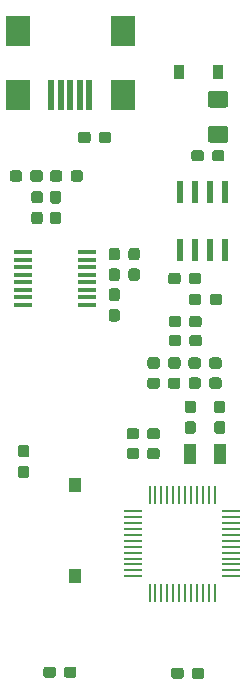
<source format=gbr>
G04 #@! TF.GenerationSoftware,KiCad,Pcbnew,(5.1.4)-1*
G04 #@! TF.CreationDate,2020-03-25T13:11:36-05:00*
G04 #@! TF.ProjectId,ExOneMicrorocessor,45784f6e-654d-4696-9372-6f726f636573,rev?*
G04 #@! TF.SameCoordinates,Original*
G04 #@! TF.FileFunction,Paste,Top*
G04 #@! TF.FilePolarity,Positive*
%FSLAX46Y46*%
G04 Gerber Fmt 4.6, Leading zero omitted, Abs format (unit mm)*
G04 Created by KiCad (PCBNEW (5.1.4)-1) date 2020-03-25 13:11:36*
%MOMM*%
%LPD*%
G04 APERTURE LIST*
%ADD10R,1.000000X1.250000*%
%ADD11R,2.000000X2.500000*%
%ADD12R,0.500000X2.500000*%
%ADD13R,0.280000X1.490000*%
%ADD14R,1.490000X0.280000*%
%ADD15R,1.000000X1.800000*%
%ADD16R,0.558800X1.981200*%
%ADD17C,0.100000*%
%ADD18C,0.950000*%
%ADD19R,1.526000X0.435000*%
%ADD20C,1.425000*%
%ADD21R,0.900000X1.200000*%
G04 APERTURE END LIST*
D10*
X150926800Y-106437200D03*
X150926800Y-114187200D03*
D11*
X146035200Y-68014900D03*
X154955200Y-68014900D03*
X146035200Y-73494900D03*
X154955200Y-73494900D03*
D12*
X148895200Y-73494900D03*
X149695200Y-73494900D03*
X150495200Y-73494900D03*
X151295200Y-73494900D03*
X152095200Y-73494900D03*
D13*
X162703960Y-115625200D03*
X162203960Y-115625200D03*
X161703960Y-115625200D03*
X161203960Y-115625200D03*
X160703960Y-115625200D03*
X160203960Y-115625200D03*
X159703960Y-115625200D03*
X159203960Y-115625200D03*
X158703960Y-115625200D03*
X158203960Y-115625200D03*
X157703960Y-115625200D03*
X157203960Y-115625200D03*
X157203960Y-107285200D03*
X157703960Y-107285200D03*
X158203960Y-107285200D03*
X158703960Y-107285200D03*
X159203960Y-107285200D03*
X159703960Y-107285200D03*
X160203960Y-107285200D03*
X160703960Y-107285200D03*
X161203960Y-107285200D03*
X161703960Y-107285200D03*
X162203960Y-107285200D03*
X162703960Y-107285200D03*
D14*
X164123960Y-108705200D03*
X164123960Y-109205200D03*
X164123960Y-109705200D03*
X164123960Y-110205200D03*
X164123960Y-110705200D03*
X164123960Y-111205200D03*
X164123960Y-111705200D03*
X164123960Y-112205200D03*
X164123960Y-112705200D03*
X164123960Y-113205200D03*
X164123960Y-113705200D03*
X164123960Y-114205200D03*
X155783960Y-114205200D03*
X155783960Y-113705200D03*
X155783960Y-113205200D03*
X155783960Y-112705200D03*
X155783960Y-112205200D03*
X155783960Y-111705200D03*
X155783960Y-111205200D03*
X155783960Y-110705200D03*
X155783960Y-110205200D03*
X155783960Y-109705200D03*
X155783960Y-109205200D03*
X155783960Y-108705200D03*
D15*
X160639440Y-103835200D03*
X163139440Y-103835200D03*
D16*
X163601400Y-86563200D03*
X162331400Y-86563200D03*
X161061400Y-86563200D03*
X159791400Y-86563200D03*
X159791400Y-81635600D03*
X161061400Y-81635600D03*
X162331400Y-81635600D03*
X163601400Y-81635600D03*
D17*
G36*
X163122179Y-90293044D02*
G01*
X163145234Y-90296463D01*
X163167843Y-90302127D01*
X163189787Y-90309979D01*
X163210857Y-90319944D01*
X163230848Y-90331926D01*
X163249568Y-90345810D01*
X163266838Y-90361462D01*
X163282490Y-90378732D01*
X163296374Y-90397452D01*
X163308356Y-90417443D01*
X163318321Y-90438513D01*
X163326173Y-90460457D01*
X163331837Y-90483066D01*
X163335256Y-90506121D01*
X163336400Y-90529400D01*
X163336400Y-91004400D01*
X163335256Y-91027679D01*
X163331837Y-91050734D01*
X163326173Y-91073343D01*
X163318321Y-91095287D01*
X163308356Y-91116357D01*
X163296374Y-91136348D01*
X163282490Y-91155068D01*
X163266838Y-91172338D01*
X163249568Y-91187990D01*
X163230848Y-91201874D01*
X163210857Y-91213856D01*
X163189787Y-91223821D01*
X163167843Y-91231673D01*
X163145234Y-91237337D01*
X163122179Y-91240756D01*
X163098900Y-91241900D01*
X162523900Y-91241900D01*
X162500621Y-91240756D01*
X162477566Y-91237337D01*
X162454957Y-91231673D01*
X162433013Y-91223821D01*
X162411943Y-91213856D01*
X162391952Y-91201874D01*
X162373232Y-91187990D01*
X162355962Y-91172338D01*
X162340310Y-91155068D01*
X162326426Y-91136348D01*
X162314444Y-91116357D01*
X162304479Y-91095287D01*
X162296627Y-91073343D01*
X162290963Y-91050734D01*
X162287544Y-91027679D01*
X162286400Y-91004400D01*
X162286400Y-90529400D01*
X162287544Y-90506121D01*
X162290963Y-90483066D01*
X162296627Y-90460457D01*
X162304479Y-90438513D01*
X162314444Y-90417443D01*
X162326426Y-90397452D01*
X162340310Y-90378732D01*
X162355962Y-90361462D01*
X162373232Y-90345810D01*
X162391952Y-90331926D01*
X162411943Y-90319944D01*
X162433013Y-90309979D01*
X162454957Y-90302127D01*
X162477566Y-90296463D01*
X162500621Y-90293044D01*
X162523900Y-90291900D01*
X163098900Y-90291900D01*
X163122179Y-90293044D01*
X163122179Y-90293044D01*
G37*
D18*
X162811400Y-90766900D03*
D17*
G36*
X161372179Y-90293044D02*
G01*
X161395234Y-90296463D01*
X161417843Y-90302127D01*
X161439787Y-90309979D01*
X161460857Y-90319944D01*
X161480848Y-90331926D01*
X161499568Y-90345810D01*
X161516838Y-90361462D01*
X161532490Y-90378732D01*
X161546374Y-90397452D01*
X161558356Y-90417443D01*
X161568321Y-90438513D01*
X161576173Y-90460457D01*
X161581837Y-90483066D01*
X161585256Y-90506121D01*
X161586400Y-90529400D01*
X161586400Y-91004400D01*
X161585256Y-91027679D01*
X161581837Y-91050734D01*
X161576173Y-91073343D01*
X161568321Y-91095287D01*
X161558356Y-91116357D01*
X161546374Y-91136348D01*
X161532490Y-91155068D01*
X161516838Y-91172338D01*
X161499568Y-91187990D01*
X161480848Y-91201874D01*
X161460857Y-91213856D01*
X161439787Y-91223821D01*
X161417843Y-91231673D01*
X161395234Y-91237337D01*
X161372179Y-91240756D01*
X161348900Y-91241900D01*
X160773900Y-91241900D01*
X160750621Y-91240756D01*
X160727566Y-91237337D01*
X160704957Y-91231673D01*
X160683013Y-91223821D01*
X160661943Y-91213856D01*
X160641952Y-91201874D01*
X160623232Y-91187990D01*
X160605962Y-91172338D01*
X160590310Y-91155068D01*
X160576426Y-91136348D01*
X160564444Y-91116357D01*
X160554479Y-91095287D01*
X160546627Y-91073343D01*
X160540963Y-91050734D01*
X160537544Y-91027679D01*
X160536400Y-91004400D01*
X160536400Y-90529400D01*
X160537544Y-90506121D01*
X160540963Y-90483066D01*
X160546627Y-90460457D01*
X160554479Y-90438513D01*
X160564444Y-90417443D01*
X160576426Y-90397452D01*
X160590310Y-90378732D01*
X160605962Y-90361462D01*
X160623232Y-90345810D01*
X160641952Y-90331926D01*
X160661943Y-90319944D01*
X160683013Y-90309979D01*
X160704957Y-90302127D01*
X160727566Y-90296463D01*
X160750621Y-90293044D01*
X160773900Y-90291900D01*
X161348900Y-90291900D01*
X161372179Y-90293044D01*
X161372179Y-90293044D01*
G37*
D18*
X161061400Y-90766900D03*
D17*
G36*
X157841579Y-101659544D02*
G01*
X157864634Y-101662963D01*
X157887243Y-101668627D01*
X157909187Y-101676479D01*
X157930257Y-101686444D01*
X157950248Y-101698426D01*
X157968968Y-101712310D01*
X157986238Y-101727962D01*
X158001890Y-101745232D01*
X158015774Y-101763952D01*
X158027756Y-101783943D01*
X158037721Y-101805013D01*
X158045573Y-101826957D01*
X158051237Y-101849566D01*
X158054656Y-101872621D01*
X158055800Y-101895900D01*
X158055800Y-102370900D01*
X158054656Y-102394179D01*
X158051237Y-102417234D01*
X158045573Y-102439843D01*
X158037721Y-102461787D01*
X158027756Y-102482857D01*
X158015774Y-102502848D01*
X158001890Y-102521568D01*
X157986238Y-102538838D01*
X157968968Y-102554490D01*
X157950248Y-102568374D01*
X157930257Y-102580356D01*
X157909187Y-102590321D01*
X157887243Y-102598173D01*
X157864634Y-102603837D01*
X157841579Y-102607256D01*
X157818300Y-102608400D01*
X157243300Y-102608400D01*
X157220021Y-102607256D01*
X157196966Y-102603837D01*
X157174357Y-102598173D01*
X157152413Y-102590321D01*
X157131343Y-102580356D01*
X157111352Y-102568374D01*
X157092632Y-102554490D01*
X157075362Y-102538838D01*
X157059710Y-102521568D01*
X157045826Y-102502848D01*
X157033844Y-102482857D01*
X157023879Y-102461787D01*
X157016027Y-102439843D01*
X157010363Y-102417234D01*
X157006944Y-102394179D01*
X157005800Y-102370900D01*
X157005800Y-101895900D01*
X157006944Y-101872621D01*
X157010363Y-101849566D01*
X157016027Y-101826957D01*
X157023879Y-101805013D01*
X157033844Y-101783943D01*
X157045826Y-101763952D01*
X157059710Y-101745232D01*
X157075362Y-101727962D01*
X157092632Y-101712310D01*
X157111352Y-101698426D01*
X157131343Y-101686444D01*
X157152413Y-101676479D01*
X157174357Y-101668627D01*
X157196966Y-101662963D01*
X157220021Y-101659544D01*
X157243300Y-101658400D01*
X157818300Y-101658400D01*
X157841579Y-101659544D01*
X157841579Y-101659544D01*
G37*
D18*
X157530800Y-102133400D03*
D17*
G36*
X156091579Y-101659544D02*
G01*
X156114634Y-101662963D01*
X156137243Y-101668627D01*
X156159187Y-101676479D01*
X156180257Y-101686444D01*
X156200248Y-101698426D01*
X156218968Y-101712310D01*
X156236238Y-101727962D01*
X156251890Y-101745232D01*
X156265774Y-101763952D01*
X156277756Y-101783943D01*
X156287721Y-101805013D01*
X156295573Y-101826957D01*
X156301237Y-101849566D01*
X156304656Y-101872621D01*
X156305800Y-101895900D01*
X156305800Y-102370900D01*
X156304656Y-102394179D01*
X156301237Y-102417234D01*
X156295573Y-102439843D01*
X156287721Y-102461787D01*
X156277756Y-102482857D01*
X156265774Y-102502848D01*
X156251890Y-102521568D01*
X156236238Y-102538838D01*
X156218968Y-102554490D01*
X156200248Y-102568374D01*
X156180257Y-102580356D01*
X156159187Y-102590321D01*
X156137243Y-102598173D01*
X156114634Y-102603837D01*
X156091579Y-102607256D01*
X156068300Y-102608400D01*
X155493300Y-102608400D01*
X155470021Y-102607256D01*
X155446966Y-102603837D01*
X155424357Y-102598173D01*
X155402413Y-102590321D01*
X155381343Y-102580356D01*
X155361352Y-102568374D01*
X155342632Y-102554490D01*
X155325362Y-102538838D01*
X155309710Y-102521568D01*
X155295826Y-102502848D01*
X155283844Y-102482857D01*
X155273879Y-102461787D01*
X155266027Y-102439843D01*
X155260363Y-102417234D01*
X155256944Y-102394179D01*
X155255800Y-102370900D01*
X155255800Y-101895900D01*
X155256944Y-101872621D01*
X155260363Y-101849566D01*
X155266027Y-101826957D01*
X155273879Y-101805013D01*
X155283844Y-101783943D01*
X155295826Y-101763952D01*
X155309710Y-101745232D01*
X155325362Y-101727962D01*
X155342632Y-101712310D01*
X155361352Y-101698426D01*
X155381343Y-101686444D01*
X155402413Y-101676479D01*
X155424357Y-101668627D01*
X155446966Y-101662963D01*
X155470021Y-101659544D01*
X155493300Y-101658400D01*
X156068300Y-101658400D01*
X156091579Y-101659544D01*
X156091579Y-101659544D01*
G37*
D18*
X155780800Y-102133400D03*
D17*
G36*
X146793379Y-103096744D02*
G01*
X146816434Y-103100163D01*
X146839043Y-103105827D01*
X146860987Y-103113679D01*
X146882057Y-103123644D01*
X146902048Y-103135626D01*
X146920768Y-103149510D01*
X146938038Y-103165162D01*
X146953690Y-103182432D01*
X146967574Y-103201152D01*
X146979556Y-103221143D01*
X146989521Y-103242213D01*
X146997373Y-103264157D01*
X147003037Y-103286766D01*
X147006456Y-103309821D01*
X147007600Y-103333100D01*
X147007600Y-103908100D01*
X147006456Y-103931379D01*
X147003037Y-103954434D01*
X146997373Y-103977043D01*
X146989521Y-103998987D01*
X146979556Y-104020057D01*
X146967574Y-104040048D01*
X146953690Y-104058768D01*
X146938038Y-104076038D01*
X146920768Y-104091690D01*
X146902048Y-104105574D01*
X146882057Y-104117556D01*
X146860987Y-104127521D01*
X146839043Y-104135373D01*
X146816434Y-104141037D01*
X146793379Y-104144456D01*
X146770100Y-104145600D01*
X146295100Y-104145600D01*
X146271821Y-104144456D01*
X146248766Y-104141037D01*
X146226157Y-104135373D01*
X146204213Y-104127521D01*
X146183143Y-104117556D01*
X146163152Y-104105574D01*
X146144432Y-104091690D01*
X146127162Y-104076038D01*
X146111510Y-104058768D01*
X146097626Y-104040048D01*
X146085644Y-104020057D01*
X146075679Y-103998987D01*
X146067827Y-103977043D01*
X146062163Y-103954434D01*
X146058744Y-103931379D01*
X146057600Y-103908100D01*
X146057600Y-103333100D01*
X146058744Y-103309821D01*
X146062163Y-103286766D01*
X146067827Y-103264157D01*
X146075679Y-103242213D01*
X146085644Y-103221143D01*
X146097626Y-103201152D01*
X146111510Y-103182432D01*
X146127162Y-103165162D01*
X146144432Y-103149510D01*
X146163152Y-103135626D01*
X146183143Y-103123644D01*
X146204213Y-103113679D01*
X146226157Y-103105827D01*
X146248766Y-103100163D01*
X146271821Y-103096744D01*
X146295100Y-103095600D01*
X146770100Y-103095600D01*
X146793379Y-103096744D01*
X146793379Y-103096744D01*
G37*
D18*
X146532600Y-103620600D03*
D17*
G36*
X146793379Y-104846744D02*
G01*
X146816434Y-104850163D01*
X146839043Y-104855827D01*
X146860987Y-104863679D01*
X146882057Y-104873644D01*
X146902048Y-104885626D01*
X146920768Y-104899510D01*
X146938038Y-104915162D01*
X146953690Y-104932432D01*
X146967574Y-104951152D01*
X146979556Y-104971143D01*
X146989521Y-104992213D01*
X146997373Y-105014157D01*
X147003037Y-105036766D01*
X147006456Y-105059821D01*
X147007600Y-105083100D01*
X147007600Y-105658100D01*
X147006456Y-105681379D01*
X147003037Y-105704434D01*
X146997373Y-105727043D01*
X146989521Y-105748987D01*
X146979556Y-105770057D01*
X146967574Y-105790048D01*
X146953690Y-105808768D01*
X146938038Y-105826038D01*
X146920768Y-105841690D01*
X146902048Y-105855574D01*
X146882057Y-105867556D01*
X146860987Y-105877521D01*
X146839043Y-105885373D01*
X146816434Y-105891037D01*
X146793379Y-105894456D01*
X146770100Y-105895600D01*
X146295100Y-105895600D01*
X146271821Y-105894456D01*
X146248766Y-105891037D01*
X146226157Y-105885373D01*
X146204213Y-105877521D01*
X146183143Y-105867556D01*
X146163152Y-105855574D01*
X146144432Y-105841690D01*
X146127162Y-105826038D01*
X146111510Y-105808768D01*
X146097626Y-105790048D01*
X146085644Y-105770057D01*
X146075679Y-105748987D01*
X146067827Y-105727043D01*
X146062163Y-105704434D01*
X146058744Y-105681379D01*
X146057600Y-105658100D01*
X146057600Y-105083100D01*
X146058744Y-105059821D01*
X146062163Y-105036766D01*
X146067827Y-105014157D01*
X146075679Y-104992213D01*
X146085644Y-104971143D01*
X146097626Y-104951152D01*
X146111510Y-104932432D01*
X146127162Y-104915162D01*
X146144432Y-104899510D01*
X146163152Y-104885626D01*
X146183143Y-104873644D01*
X146204213Y-104863679D01*
X146226157Y-104855827D01*
X146248766Y-104850163D01*
X146271821Y-104846744D01*
X146295100Y-104845600D01*
X146770100Y-104845600D01*
X146793379Y-104846744D01*
X146793379Y-104846744D01*
G37*
D18*
X146532600Y-105370600D03*
D17*
G36*
X150800699Y-121852544D02*
G01*
X150823754Y-121855963D01*
X150846363Y-121861627D01*
X150868307Y-121869479D01*
X150889377Y-121879444D01*
X150909368Y-121891426D01*
X150928088Y-121905310D01*
X150945358Y-121920962D01*
X150961010Y-121938232D01*
X150974894Y-121956952D01*
X150986876Y-121976943D01*
X150996841Y-121998013D01*
X151004693Y-122019957D01*
X151010357Y-122042566D01*
X151013776Y-122065621D01*
X151014920Y-122088900D01*
X151014920Y-122563900D01*
X151013776Y-122587179D01*
X151010357Y-122610234D01*
X151004693Y-122632843D01*
X150996841Y-122654787D01*
X150986876Y-122675857D01*
X150974894Y-122695848D01*
X150961010Y-122714568D01*
X150945358Y-122731838D01*
X150928088Y-122747490D01*
X150909368Y-122761374D01*
X150889377Y-122773356D01*
X150868307Y-122783321D01*
X150846363Y-122791173D01*
X150823754Y-122796837D01*
X150800699Y-122800256D01*
X150777420Y-122801400D01*
X150202420Y-122801400D01*
X150179141Y-122800256D01*
X150156086Y-122796837D01*
X150133477Y-122791173D01*
X150111533Y-122783321D01*
X150090463Y-122773356D01*
X150070472Y-122761374D01*
X150051752Y-122747490D01*
X150034482Y-122731838D01*
X150018830Y-122714568D01*
X150004946Y-122695848D01*
X149992964Y-122675857D01*
X149982999Y-122654787D01*
X149975147Y-122632843D01*
X149969483Y-122610234D01*
X149966064Y-122587179D01*
X149964920Y-122563900D01*
X149964920Y-122088900D01*
X149966064Y-122065621D01*
X149969483Y-122042566D01*
X149975147Y-122019957D01*
X149982999Y-121998013D01*
X149992964Y-121976943D01*
X150004946Y-121956952D01*
X150018830Y-121938232D01*
X150034482Y-121920962D01*
X150051752Y-121905310D01*
X150070472Y-121891426D01*
X150090463Y-121879444D01*
X150111533Y-121869479D01*
X150133477Y-121861627D01*
X150156086Y-121855963D01*
X150179141Y-121852544D01*
X150202420Y-121851400D01*
X150777420Y-121851400D01*
X150800699Y-121852544D01*
X150800699Y-121852544D01*
G37*
D18*
X150489920Y-122326400D03*
D17*
G36*
X149050699Y-121852544D02*
G01*
X149073754Y-121855963D01*
X149096363Y-121861627D01*
X149118307Y-121869479D01*
X149139377Y-121879444D01*
X149159368Y-121891426D01*
X149178088Y-121905310D01*
X149195358Y-121920962D01*
X149211010Y-121938232D01*
X149224894Y-121956952D01*
X149236876Y-121976943D01*
X149246841Y-121998013D01*
X149254693Y-122019957D01*
X149260357Y-122042566D01*
X149263776Y-122065621D01*
X149264920Y-122088900D01*
X149264920Y-122563900D01*
X149263776Y-122587179D01*
X149260357Y-122610234D01*
X149254693Y-122632843D01*
X149246841Y-122654787D01*
X149236876Y-122675857D01*
X149224894Y-122695848D01*
X149211010Y-122714568D01*
X149195358Y-122731838D01*
X149178088Y-122747490D01*
X149159368Y-122761374D01*
X149139377Y-122773356D01*
X149118307Y-122783321D01*
X149096363Y-122791173D01*
X149073754Y-122796837D01*
X149050699Y-122800256D01*
X149027420Y-122801400D01*
X148452420Y-122801400D01*
X148429141Y-122800256D01*
X148406086Y-122796837D01*
X148383477Y-122791173D01*
X148361533Y-122783321D01*
X148340463Y-122773356D01*
X148320472Y-122761374D01*
X148301752Y-122747490D01*
X148284482Y-122731838D01*
X148268830Y-122714568D01*
X148254946Y-122695848D01*
X148242964Y-122675857D01*
X148232999Y-122654787D01*
X148225147Y-122632843D01*
X148219483Y-122610234D01*
X148216064Y-122587179D01*
X148214920Y-122563900D01*
X148214920Y-122088900D01*
X148216064Y-122065621D01*
X148219483Y-122042566D01*
X148225147Y-122019957D01*
X148232999Y-121998013D01*
X148242964Y-121976943D01*
X148254946Y-121956952D01*
X148268830Y-121938232D01*
X148284482Y-121920962D01*
X148301752Y-121905310D01*
X148320472Y-121891426D01*
X148340463Y-121879444D01*
X148361533Y-121869479D01*
X148383477Y-121861627D01*
X148406086Y-121855963D01*
X148429141Y-121852544D01*
X148452420Y-121851400D01*
X149027420Y-121851400D01*
X149050699Y-121852544D01*
X149050699Y-121852544D01*
G37*
D18*
X148739920Y-122326400D03*
D17*
G36*
X161623579Y-121938904D02*
G01*
X161646634Y-121942323D01*
X161669243Y-121947987D01*
X161691187Y-121955839D01*
X161712257Y-121965804D01*
X161732248Y-121977786D01*
X161750968Y-121991670D01*
X161768238Y-122007322D01*
X161783890Y-122024592D01*
X161797774Y-122043312D01*
X161809756Y-122063303D01*
X161819721Y-122084373D01*
X161827573Y-122106317D01*
X161833237Y-122128926D01*
X161836656Y-122151981D01*
X161837800Y-122175260D01*
X161837800Y-122650260D01*
X161836656Y-122673539D01*
X161833237Y-122696594D01*
X161827573Y-122719203D01*
X161819721Y-122741147D01*
X161809756Y-122762217D01*
X161797774Y-122782208D01*
X161783890Y-122800928D01*
X161768238Y-122818198D01*
X161750968Y-122833850D01*
X161732248Y-122847734D01*
X161712257Y-122859716D01*
X161691187Y-122869681D01*
X161669243Y-122877533D01*
X161646634Y-122883197D01*
X161623579Y-122886616D01*
X161600300Y-122887760D01*
X161025300Y-122887760D01*
X161002021Y-122886616D01*
X160978966Y-122883197D01*
X160956357Y-122877533D01*
X160934413Y-122869681D01*
X160913343Y-122859716D01*
X160893352Y-122847734D01*
X160874632Y-122833850D01*
X160857362Y-122818198D01*
X160841710Y-122800928D01*
X160827826Y-122782208D01*
X160815844Y-122762217D01*
X160805879Y-122741147D01*
X160798027Y-122719203D01*
X160792363Y-122696594D01*
X160788944Y-122673539D01*
X160787800Y-122650260D01*
X160787800Y-122175260D01*
X160788944Y-122151981D01*
X160792363Y-122128926D01*
X160798027Y-122106317D01*
X160805879Y-122084373D01*
X160815844Y-122063303D01*
X160827826Y-122043312D01*
X160841710Y-122024592D01*
X160857362Y-122007322D01*
X160874632Y-121991670D01*
X160893352Y-121977786D01*
X160913343Y-121965804D01*
X160934413Y-121955839D01*
X160956357Y-121947987D01*
X160978966Y-121942323D01*
X161002021Y-121938904D01*
X161025300Y-121937760D01*
X161600300Y-121937760D01*
X161623579Y-121938904D01*
X161623579Y-121938904D01*
G37*
D18*
X161312800Y-122412760D03*
D17*
G36*
X159873579Y-121938904D02*
G01*
X159896634Y-121942323D01*
X159919243Y-121947987D01*
X159941187Y-121955839D01*
X159962257Y-121965804D01*
X159982248Y-121977786D01*
X160000968Y-121991670D01*
X160018238Y-122007322D01*
X160033890Y-122024592D01*
X160047774Y-122043312D01*
X160059756Y-122063303D01*
X160069721Y-122084373D01*
X160077573Y-122106317D01*
X160083237Y-122128926D01*
X160086656Y-122151981D01*
X160087800Y-122175260D01*
X160087800Y-122650260D01*
X160086656Y-122673539D01*
X160083237Y-122696594D01*
X160077573Y-122719203D01*
X160069721Y-122741147D01*
X160059756Y-122762217D01*
X160047774Y-122782208D01*
X160033890Y-122800928D01*
X160018238Y-122818198D01*
X160000968Y-122833850D01*
X159982248Y-122847734D01*
X159962257Y-122859716D01*
X159941187Y-122869681D01*
X159919243Y-122877533D01*
X159896634Y-122883197D01*
X159873579Y-122886616D01*
X159850300Y-122887760D01*
X159275300Y-122887760D01*
X159252021Y-122886616D01*
X159228966Y-122883197D01*
X159206357Y-122877533D01*
X159184413Y-122869681D01*
X159163343Y-122859716D01*
X159143352Y-122847734D01*
X159124632Y-122833850D01*
X159107362Y-122818198D01*
X159091710Y-122800928D01*
X159077826Y-122782208D01*
X159065844Y-122762217D01*
X159055879Y-122741147D01*
X159048027Y-122719203D01*
X159042363Y-122696594D01*
X159038944Y-122673539D01*
X159037800Y-122650260D01*
X159037800Y-122175260D01*
X159038944Y-122151981D01*
X159042363Y-122128926D01*
X159048027Y-122106317D01*
X159055879Y-122084373D01*
X159065844Y-122063303D01*
X159077826Y-122043312D01*
X159091710Y-122024592D01*
X159107362Y-122007322D01*
X159124632Y-121991670D01*
X159143352Y-121977786D01*
X159163343Y-121965804D01*
X159184413Y-121955839D01*
X159206357Y-121947987D01*
X159228966Y-121942323D01*
X159252021Y-121938904D01*
X159275300Y-121937760D01*
X159850300Y-121937760D01*
X159873579Y-121938904D01*
X159873579Y-121938904D01*
G37*
D18*
X159562800Y-122412760D03*
D17*
G36*
X149498479Y-81595644D02*
G01*
X149521534Y-81599063D01*
X149544143Y-81604727D01*
X149566087Y-81612579D01*
X149587157Y-81622544D01*
X149607148Y-81634526D01*
X149625868Y-81648410D01*
X149643138Y-81664062D01*
X149658790Y-81681332D01*
X149672674Y-81700052D01*
X149684656Y-81720043D01*
X149694621Y-81741113D01*
X149702473Y-81763057D01*
X149708137Y-81785666D01*
X149711556Y-81808721D01*
X149712700Y-81832000D01*
X149712700Y-82407000D01*
X149711556Y-82430279D01*
X149708137Y-82453334D01*
X149702473Y-82475943D01*
X149694621Y-82497887D01*
X149684656Y-82518957D01*
X149672674Y-82538948D01*
X149658790Y-82557668D01*
X149643138Y-82574938D01*
X149625868Y-82590590D01*
X149607148Y-82604474D01*
X149587157Y-82616456D01*
X149566087Y-82626421D01*
X149544143Y-82634273D01*
X149521534Y-82639937D01*
X149498479Y-82643356D01*
X149475200Y-82644500D01*
X149000200Y-82644500D01*
X148976921Y-82643356D01*
X148953866Y-82639937D01*
X148931257Y-82634273D01*
X148909313Y-82626421D01*
X148888243Y-82616456D01*
X148868252Y-82604474D01*
X148849532Y-82590590D01*
X148832262Y-82574938D01*
X148816610Y-82557668D01*
X148802726Y-82538948D01*
X148790744Y-82518957D01*
X148780779Y-82497887D01*
X148772927Y-82475943D01*
X148767263Y-82453334D01*
X148763844Y-82430279D01*
X148762700Y-82407000D01*
X148762700Y-81832000D01*
X148763844Y-81808721D01*
X148767263Y-81785666D01*
X148772927Y-81763057D01*
X148780779Y-81741113D01*
X148790744Y-81720043D01*
X148802726Y-81700052D01*
X148816610Y-81681332D01*
X148832262Y-81664062D01*
X148849532Y-81648410D01*
X148868252Y-81634526D01*
X148888243Y-81622544D01*
X148909313Y-81612579D01*
X148931257Y-81604727D01*
X148953866Y-81599063D01*
X148976921Y-81595644D01*
X149000200Y-81594500D01*
X149475200Y-81594500D01*
X149498479Y-81595644D01*
X149498479Y-81595644D01*
G37*
D18*
X149237700Y-82119500D03*
D17*
G36*
X149498479Y-83345644D02*
G01*
X149521534Y-83349063D01*
X149544143Y-83354727D01*
X149566087Y-83362579D01*
X149587157Y-83372544D01*
X149607148Y-83384526D01*
X149625868Y-83398410D01*
X149643138Y-83414062D01*
X149658790Y-83431332D01*
X149672674Y-83450052D01*
X149684656Y-83470043D01*
X149694621Y-83491113D01*
X149702473Y-83513057D01*
X149708137Y-83535666D01*
X149711556Y-83558721D01*
X149712700Y-83582000D01*
X149712700Y-84157000D01*
X149711556Y-84180279D01*
X149708137Y-84203334D01*
X149702473Y-84225943D01*
X149694621Y-84247887D01*
X149684656Y-84268957D01*
X149672674Y-84288948D01*
X149658790Y-84307668D01*
X149643138Y-84324938D01*
X149625868Y-84340590D01*
X149607148Y-84354474D01*
X149587157Y-84366456D01*
X149566087Y-84376421D01*
X149544143Y-84384273D01*
X149521534Y-84389937D01*
X149498479Y-84393356D01*
X149475200Y-84394500D01*
X149000200Y-84394500D01*
X148976921Y-84393356D01*
X148953866Y-84389937D01*
X148931257Y-84384273D01*
X148909313Y-84376421D01*
X148888243Y-84366456D01*
X148868252Y-84354474D01*
X148849532Y-84340590D01*
X148832262Y-84324938D01*
X148816610Y-84307668D01*
X148802726Y-84288948D01*
X148790744Y-84268957D01*
X148780779Y-84247887D01*
X148772927Y-84225943D01*
X148767263Y-84203334D01*
X148763844Y-84180279D01*
X148762700Y-84157000D01*
X148762700Y-83582000D01*
X148763844Y-83558721D01*
X148767263Y-83535666D01*
X148772927Y-83513057D01*
X148780779Y-83491113D01*
X148790744Y-83470043D01*
X148802726Y-83450052D01*
X148816610Y-83431332D01*
X148832262Y-83414062D01*
X148849532Y-83398410D01*
X148868252Y-83384526D01*
X148888243Y-83372544D01*
X148909313Y-83362579D01*
X148931257Y-83354727D01*
X148953866Y-83349063D01*
X148976921Y-83345644D01*
X149000200Y-83344500D01*
X149475200Y-83344500D01*
X149498479Y-83345644D01*
X149498479Y-83345644D01*
G37*
D18*
X149237700Y-83869500D03*
D17*
G36*
X147936379Y-81594344D02*
G01*
X147959434Y-81597763D01*
X147982043Y-81603427D01*
X148003987Y-81611279D01*
X148025057Y-81621244D01*
X148045048Y-81633226D01*
X148063768Y-81647110D01*
X148081038Y-81662762D01*
X148096690Y-81680032D01*
X148110574Y-81698752D01*
X148122556Y-81718743D01*
X148132521Y-81739813D01*
X148140373Y-81761757D01*
X148146037Y-81784366D01*
X148149456Y-81807421D01*
X148150600Y-81830700D01*
X148150600Y-82405700D01*
X148149456Y-82428979D01*
X148146037Y-82452034D01*
X148140373Y-82474643D01*
X148132521Y-82496587D01*
X148122556Y-82517657D01*
X148110574Y-82537648D01*
X148096690Y-82556368D01*
X148081038Y-82573638D01*
X148063768Y-82589290D01*
X148045048Y-82603174D01*
X148025057Y-82615156D01*
X148003987Y-82625121D01*
X147982043Y-82632973D01*
X147959434Y-82638637D01*
X147936379Y-82642056D01*
X147913100Y-82643200D01*
X147438100Y-82643200D01*
X147414821Y-82642056D01*
X147391766Y-82638637D01*
X147369157Y-82632973D01*
X147347213Y-82625121D01*
X147326143Y-82615156D01*
X147306152Y-82603174D01*
X147287432Y-82589290D01*
X147270162Y-82573638D01*
X147254510Y-82556368D01*
X147240626Y-82537648D01*
X147228644Y-82517657D01*
X147218679Y-82496587D01*
X147210827Y-82474643D01*
X147205163Y-82452034D01*
X147201744Y-82428979D01*
X147200600Y-82405700D01*
X147200600Y-81830700D01*
X147201744Y-81807421D01*
X147205163Y-81784366D01*
X147210827Y-81761757D01*
X147218679Y-81739813D01*
X147228644Y-81718743D01*
X147240626Y-81698752D01*
X147254510Y-81680032D01*
X147270162Y-81662762D01*
X147287432Y-81647110D01*
X147306152Y-81633226D01*
X147326143Y-81621244D01*
X147347213Y-81611279D01*
X147369157Y-81603427D01*
X147391766Y-81597763D01*
X147414821Y-81594344D01*
X147438100Y-81593200D01*
X147913100Y-81593200D01*
X147936379Y-81594344D01*
X147936379Y-81594344D01*
G37*
D18*
X147675600Y-82118200D03*
D17*
G36*
X147936379Y-83344344D02*
G01*
X147959434Y-83347763D01*
X147982043Y-83353427D01*
X148003987Y-83361279D01*
X148025057Y-83371244D01*
X148045048Y-83383226D01*
X148063768Y-83397110D01*
X148081038Y-83412762D01*
X148096690Y-83430032D01*
X148110574Y-83448752D01*
X148122556Y-83468743D01*
X148132521Y-83489813D01*
X148140373Y-83511757D01*
X148146037Y-83534366D01*
X148149456Y-83557421D01*
X148150600Y-83580700D01*
X148150600Y-84155700D01*
X148149456Y-84178979D01*
X148146037Y-84202034D01*
X148140373Y-84224643D01*
X148132521Y-84246587D01*
X148122556Y-84267657D01*
X148110574Y-84287648D01*
X148096690Y-84306368D01*
X148081038Y-84323638D01*
X148063768Y-84339290D01*
X148045048Y-84353174D01*
X148025057Y-84365156D01*
X148003987Y-84375121D01*
X147982043Y-84382973D01*
X147959434Y-84388637D01*
X147936379Y-84392056D01*
X147913100Y-84393200D01*
X147438100Y-84393200D01*
X147414821Y-84392056D01*
X147391766Y-84388637D01*
X147369157Y-84382973D01*
X147347213Y-84375121D01*
X147326143Y-84365156D01*
X147306152Y-84353174D01*
X147287432Y-84339290D01*
X147270162Y-84323638D01*
X147254510Y-84306368D01*
X147240626Y-84287648D01*
X147228644Y-84267657D01*
X147218679Y-84246587D01*
X147210827Y-84224643D01*
X147205163Y-84202034D01*
X147201744Y-84178979D01*
X147200600Y-84155700D01*
X147200600Y-83580700D01*
X147201744Y-83557421D01*
X147205163Y-83534366D01*
X147210827Y-83511757D01*
X147218679Y-83489813D01*
X147228644Y-83468743D01*
X147240626Y-83448752D01*
X147254510Y-83430032D01*
X147270162Y-83412762D01*
X147287432Y-83397110D01*
X147306152Y-83383226D01*
X147326143Y-83371244D01*
X147347213Y-83361279D01*
X147369157Y-83353427D01*
X147391766Y-83347763D01*
X147414821Y-83344344D01*
X147438100Y-83343200D01*
X147913100Y-83343200D01*
X147936379Y-83344344D01*
X147936379Y-83344344D01*
G37*
D18*
X147675600Y-83868200D03*
D19*
X151886200Y-86754200D03*
X151886200Y-87388200D03*
X151886200Y-88024200D03*
X151886200Y-88658200D03*
X151886200Y-89294200D03*
X151886200Y-89928200D03*
X151886200Y-90564200D03*
X151886200Y-91198200D03*
X146462200Y-91198200D03*
X146462200Y-90564200D03*
X146462200Y-89928200D03*
X146462200Y-89294200D03*
X146462200Y-88658200D03*
X146462200Y-88024200D03*
X146462200Y-87388200D03*
X146462200Y-86754200D03*
D17*
G36*
X163654004Y-73097904D02*
G01*
X163678273Y-73101504D01*
X163702071Y-73107465D01*
X163725171Y-73115730D01*
X163747349Y-73126220D01*
X163768393Y-73138833D01*
X163788098Y-73153447D01*
X163806277Y-73169923D01*
X163822753Y-73188102D01*
X163837367Y-73207807D01*
X163849980Y-73228851D01*
X163860470Y-73251029D01*
X163868735Y-73274129D01*
X163874696Y-73297927D01*
X163878296Y-73322196D01*
X163879500Y-73346700D01*
X163879500Y-74271700D01*
X163878296Y-74296204D01*
X163874696Y-74320473D01*
X163868735Y-74344271D01*
X163860470Y-74367371D01*
X163849980Y-74389549D01*
X163837367Y-74410593D01*
X163822753Y-74430298D01*
X163806277Y-74448477D01*
X163788098Y-74464953D01*
X163768393Y-74479567D01*
X163747349Y-74492180D01*
X163725171Y-74502670D01*
X163702071Y-74510935D01*
X163678273Y-74516896D01*
X163654004Y-74520496D01*
X163629500Y-74521700D01*
X162379500Y-74521700D01*
X162354996Y-74520496D01*
X162330727Y-74516896D01*
X162306929Y-74510935D01*
X162283829Y-74502670D01*
X162261651Y-74492180D01*
X162240607Y-74479567D01*
X162220902Y-74464953D01*
X162202723Y-74448477D01*
X162186247Y-74430298D01*
X162171633Y-74410593D01*
X162159020Y-74389549D01*
X162148530Y-74367371D01*
X162140265Y-74344271D01*
X162134304Y-74320473D01*
X162130704Y-74296204D01*
X162129500Y-74271700D01*
X162129500Y-73346700D01*
X162130704Y-73322196D01*
X162134304Y-73297927D01*
X162140265Y-73274129D01*
X162148530Y-73251029D01*
X162159020Y-73228851D01*
X162171633Y-73207807D01*
X162186247Y-73188102D01*
X162202723Y-73169923D01*
X162220902Y-73153447D01*
X162240607Y-73138833D01*
X162261651Y-73126220D01*
X162283829Y-73115730D01*
X162306929Y-73107465D01*
X162330727Y-73101504D01*
X162354996Y-73097904D01*
X162379500Y-73096700D01*
X163629500Y-73096700D01*
X163654004Y-73097904D01*
X163654004Y-73097904D01*
G37*
D20*
X163004500Y-73809200D03*
D17*
G36*
X163654004Y-76072904D02*
G01*
X163678273Y-76076504D01*
X163702071Y-76082465D01*
X163725171Y-76090730D01*
X163747349Y-76101220D01*
X163768393Y-76113833D01*
X163788098Y-76128447D01*
X163806277Y-76144923D01*
X163822753Y-76163102D01*
X163837367Y-76182807D01*
X163849980Y-76203851D01*
X163860470Y-76226029D01*
X163868735Y-76249129D01*
X163874696Y-76272927D01*
X163878296Y-76297196D01*
X163879500Y-76321700D01*
X163879500Y-77246700D01*
X163878296Y-77271204D01*
X163874696Y-77295473D01*
X163868735Y-77319271D01*
X163860470Y-77342371D01*
X163849980Y-77364549D01*
X163837367Y-77385593D01*
X163822753Y-77405298D01*
X163806277Y-77423477D01*
X163788098Y-77439953D01*
X163768393Y-77454567D01*
X163747349Y-77467180D01*
X163725171Y-77477670D01*
X163702071Y-77485935D01*
X163678273Y-77491896D01*
X163654004Y-77495496D01*
X163629500Y-77496700D01*
X162379500Y-77496700D01*
X162354996Y-77495496D01*
X162330727Y-77491896D01*
X162306929Y-77485935D01*
X162283829Y-77477670D01*
X162261651Y-77467180D01*
X162240607Y-77454567D01*
X162220902Y-77439953D01*
X162202723Y-77423477D01*
X162186247Y-77405298D01*
X162171633Y-77385593D01*
X162159020Y-77364549D01*
X162148530Y-77342371D01*
X162140265Y-77319271D01*
X162134304Y-77295473D01*
X162130704Y-77271204D01*
X162129500Y-77246700D01*
X162129500Y-76321700D01*
X162130704Y-76297196D01*
X162134304Y-76272927D01*
X162140265Y-76249129D01*
X162148530Y-76226029D01*
X162159020Y-76203851D01*
X162171633Y-76182807D01*
X162186247Y-76163102D01*
X162202723Y-76144923D01*
X162220902Y-76128447D01*
X162240607Y-76113833D01*
X162261651Y-76101220D01*
X162283829Y-76090730D01*
X162306929Y-76082465D01*
X162330727Y-76076504D01*
X162354996Y-76072904D01*
X162379500Y-76071700D01*
X163629500Y-76071700D01*
X163654004Y-76072904D01*
X163654004Y-76072904D01*
G37*
D20*
X163004500Y-76784200D03*
D21*
X159704500Y-71526400D03*
X163004500Y-71526400D03*
D17*
G36*
X161408979Y-93772844D02*
G01*
X161432034Y-93776263D01*
X161454643Y-93781927D01*
X161476587Y-93789779D01*
X161497657Y-93799744D01*
X161517648Y-93811726D01*
X161536368Y-93825610D01*
X161553638Y-93841262D01*
X161569290Y-93858532D01*
X161583174Y-93877252D01*
X161595156Y-93897243D01*
X161605121Y-93918313D01*
X161612973Y-93940257D01*
X161618637Y-93962866D01*
X161622056Y-93985921D01*
X161623200Y-94009200D01*
X161623200Y-94484200D01*
X161622056Y-94507479D01*
X161618637Y-94530534D01*
X161612973Y-94553143D01*
X161605121Y-94575087D01*
X161595156Y-94596157D01*
X161583174Y-94616148D01*
X161569290Y-94634868D01*
X161553638Y-94652138D01*
X161536368Y-94667790D01*
X161517648Y-94681674D01*
X161497657Y-94693656D01*
X161476587Y-94703621D01*
X161454643Y-94711473D01*
X161432034Y-94717137D01*
X161408979Y-94720556D01*
X161385700Y-94721700D01*
X160810700Y-94721700D01*
X160787421Y-94720556D01*
X160764366Y-94717137D01*
X160741757Y-94711473D01*
X160719813Y-94703621D01*
X160698743Y-94693656D01*
X160678752Y-94681674D01*
X160660032Y-94667790D01*
X160642762Y-94652138D01*
X160627110Y-94634868D01*
X160613226Y-94616148D01*
X160601244Y-94596157D01*
X160591279Y-94575087D01*
X160583427Y-94553143D01*
X160577763Y-94530534D01*
X160574344Y-94507479D01*
X160573200Y-94484200D01*
X160573200Y-94009200D01*
X160574344Y-93985921D01*
X160577763Y-93962866D01*
X160583427Y-93940257D01*
X160591279Y-93918313D01*
X160601244Y-93897243D01*
X160613226Y-93877252D01*
X160627110Y-93858532D01*
X160642762Y-93841262D01*
X160660032Y-93825610D01*
X160678752Y-93811726D01*
X160698743Y-93799744D01*
X160719813Y-93789779D01*
X160741757Y-93781927D01*
X160764366Y-93776263D01*
X160787421Y-93772844D01*
X160810700Y-93771700D01*
X161385700Y-93771700D01*
X161408979Y-93772844D01*
X161408979Y-93772844D01*
G37*
D18*
X161098200Y-94246700D03*
D17*
G36*
X159658979Y-93772844D02*
G01*
X159682034Y-93776263D01*
X159704643Y-93781927D01*
X159726587Y-93789779D01*
X159747657Y-93799744D01*
X159767648Y-93811726D01*
X159786368Y-93825610D01*
X159803638Y-93841262D01*
X159819290Y-93858532D01*
X159833174Y-93877252D01*
X159845156Y-93897243D01*
X159855121Y-93918313D01*
X159862973Y-93940257D01*
X159868637Y-93962866D01*
X159872056Y-93985921D01*
X159873200Y-94009200D01*
X159873200Y-94484200D01*
X159872056Y-94507479D01*
X159868637Y-94530534D01*
X159862973Y-94553143D01*
X159855121Y-94575087D01*
X159845156Y-94596157D01*
X159833174Y-94616148D01*
X159819290Y-94634868D01*
X159803638Y-94652138D01*
X159786368Y-94667790D01*
X159767648Y-94681674D01*
X159747657Y-94693656D01*
X159726587Y-94703621D01*
X159704643Y-94711473D01*
X159682034Y-94717137D01*
X159658979Y-94720556D01*
X159635700Y-94721700D01*
X159060700Y-94721700D01*
X159037421Y-94720556D01*
X159014366Y-94717137D01*
X158991757Y-94711473D01*
X158969813Y-94703621D01*
X158948743Y-94693656D01*
X158928752Y-94681674D01*
X158910032Y-94667790D01*
X158892762Y-94652138D01*
X158877110Y-94634868D01*
X158863226Y-94616148D01*
X158851244Y-94596157D01*
X158841279Y-94575087D01*
X158833427Y-94553143D01*
X158827763Y-94530534D01*
X158824344Y-94507479D01*
X158823200Y-94484200D01*
X158823200Y-94009200D01*
X158824344Y-93985921D01*
X158827763Y-93962866D01*
X158833427Y-93940257D01*
X158841279Y-93918313D01*
X158851244Y-93897243D01*
X158863226Y-93877252D01*
X158877110Y-93858532D01*
X158892762Y-93841262D01*
X158910032Y-93825610D01*
X158928752Y-93811726D01*
X158948743Y-93799744D01*
X158969813Y-93789779D01*
X158991757Y-93781927D01*
X159014366Y-93776263D01*
X159037421Y-93772844D01*
X159060700Y-93771700D01*
X159635700Y-93771700D01*
X159658979Y-93772844D01*
X159658979Y-93772844D01*
G37*
D18*
X159348200Y-94246700D03*
D17*
G36*
X161397579Y-92159944D02*
G01*
X161420634Y-92163363D01*
X161443243Y-92169027D01*
X161465187Y-92176879D01*
X161486257Y-92186844D01*
X161506248Y-92198826D01*
X161524968Y-92212710D01*
X161542238Y-92228362D01*
X161557890Y-92245632D01*
X161571774Y-92264352D01*
X161583756Y-92284343D01*
X161593721Y-92305413D01*
X161601573Y-92327357D01*
X161607237Y-92349966D01*
X161610656Y-92373021D01*
X161611800Y-92396300D01*
X161611800Y-92871300D01*
X161610656Y-92894579D01*
X161607237Y-92917634D01*
X161601573Y-92940243D01*
X161593721Y-92962187D01*
X161583756Y-92983257D01*
X161571774Y-93003248D01*
X161557890Y-93021968D01*
X161542238Y-93039238D01*
X161524968Y-93054890D01*
X161506248Y-93068774D01*
X161486257Y-93080756D01*
X161465187Y-93090721D01*
X161443243Y-93098573D01*
X161420634Y-93104237D01*
X161397579Y-93107656D01*
X161374300Y-93108800D01*
X160799300Y-93108800D01*
X160776021Y-93107656D01*
X160752966Y-93104237D01*
X160730357Y-93098573D01*
X160708413Y-93090721D01*
X160687343Y-93080756D01*
X160667352Y-93068774D01*
X160648632Y-93054890D01*
X160631362Y-93039238D01*
X160615710Y-93021968D01*
X160601826Y-93003248D01*
X160589844Y-92983257D01*
X160579879Y-92962187D01*
X160572027Y-92940243D01*
X160566363Y-92917634D01*
X160562944Y-92894579D01*
X160561800Y-92871300D01*
X160561800Y-92396300D01*
X160562944Y-92373021D01*
X160566363Y-92349966D01*
X160572027Y-92327357D01*
X160579879Y-92305413D01*
X160589844Y-92284343D01*
X160601826Y-92264352D01*
X160615710Y-92245632D01*
X160631362Y-92228362D01*
X160648632Y-92212710D01*
X160667352Y-92198826D01*
X160687343Y-92186844D01*
X160708413Y-92176879D01*
X160730357Y-92169027D01*
X160752966Y-92163363D01*
X160776021Y-92159944D01*
X160799300Y-92158800D01*
X161374300Y-92158800D01*
X161397579Y-92159944D01*
X161397579Y-92159944D01*
G37*
D18*
X161086800Y-92633800D03*
D17*
G36*
X159647579Y-92159944D02*
G01*
X159670634Y-92163363D01*
X159693243Y-92169027D01*
X159715187Y-92176879D01*
X159736257Y-92186844D01*
X159756248Y-92198826D01*
X159774968Y-92212710D01*
X159792238Y-92228362D01*
X159807890Y-92245632D01*
X159821774Y-92264352D01*
X159833756Y-92284343D01*
X159843721Y-92305413D01*
X159851573Y-92327357D01*
X159857237Y-92349966D01*
X159860656Y-92373021D01*
X159861800Y-92396300D01*
X159861800Y-92871300D01*
X159860656Y-92894579D01*
X159857237Y-92917634D01*
X159851573Y-92940243D01*
X159843721Y-92962187D01*
X159833756Y-92983257D01*
X159821774Y-93003248D01*
X159807890Y-93021968D01*
X159792238Y-93039238D01*
X159774968Y-93054890D01*
X159756248Y-93068774D01*
X159736257Y-93080756D01*
X159715187Y-93090721D01*
X159693243Y-93098573D01*
X159670634Y-93104237D01*
X159647579Y-93107656D01*
X159624300Y-93108800D01*
X159049300Y-93108800D01*
X159026021Y-93107656D01*
X159002966Y-93104237D01*
X158980357Y-93098573D01*
X158958413Y-93090721D01*
X158937343Y-93080756D01*
X158917352Y-93068774D01*
X158898632Y-93054890D01*
X158881362Y-93039238D01*
X158865710Y-93021968D01*
X158851826Y-93003248D01*
X158839844Y-92983257D01*
X158829879Y-92962187D01*
X158822027Y-92940243D01*
X158816363Y-92917634D01*
X158812944Y-92894579D01*
X158811800Y-92871300D01*
X158811800Y-92396300D01*
X158812944Y-92373021D01*
X158816363Y-92349966D01*
X158822027Y-92327357D01*
X158829879Y-92305413D01*
X158839844Y-92284343D01*
X158851826Y-92264352D01*
X158865710Y-92245632D01*
X158881362Y-92228362D01*
X158898632Y-92212710D01*
X158917352Y-92198826D01*
X158937343Y-92186844D01*
X158958413Y-92176879D01*
X158980357Y-92169027D01*
X159002966Y-92163363D01*
X159026021Y-92159944D01*
X159049300Y-92158800D01*
X159624300Y-92158800D01*
X159647579Y-92159944D01*
X159647579Y-92159944D01*
G37*
D18*
X159336800Y-92633800D03*
D17*
G36*
X161370879Y-88515044D02*
G01*
X161393934Y-88518463D01*
X161416543Y-88524127D01*
X161438487Y-88531979D01*
X161459557Y-88541944D01*
X161479548Y-88553926D01*
X161498268Y-88567810D01*
X161515538Y-88583462D01*
X161531190Y-88600732D01*
X161545074Y-88619452D01*
X161557056Y-88639443D01*
X161567021Y-88660513D01*
X161574873Y-88682457D01*
X161580537Y-88705066D01*
X161583956Y-88728121D01*
X161585100Y-88751400D01*
X161585100Y-89226400D01*
X161583956Y-89249679D01*
X161580537Y-89272734D01*
X161574873Y-89295343D01*
X161567021Y-89317287D01*
X161557056Y-89338357D01*
X161545074Y-89358348D01*
X161531190Y-89377068D01*
X161515538Y-89394338D01*
X161498268Y-89409990D01*
X161479548Y-89423874D01*
X161459557Y-89435856D01*
X161438487Y-89445821D01*
X161416543Y-89453673D01*
X161393934Y-89459337D01*
X161370879Y-89462756D01*
X161347600Y-89463900D01*
X160772600Y-89463900D01*
X160749321Y-89462756D01*
X160726266Y-89459337D01*
X160703657Y-89453673D01*
X160681713Y-89445821D01*
X160660643Y-89435856D01*
X160640652Y-89423874D01*
X160621932Y-89409990D01*
X160604662Y-89394338D01*
X160589010Y-89377068D01*
X160575126Y-89358348D01*
X160563144Y-89338357D01*
X160553179Y-89317287D01*
X160545327Y-89295343D01*
X160539663Y-89272734D01*
X160536244Y-89249679D01*
X160535100Y-89226400D01*
X160535100Y-88751400D01*
X160536244Y-88728121D01*
X160539663Y-88705066D01*
X160545327Y-88682457D01*
X160553179Y-88660513D01*
X160563144Y-88639443D01*
X160575126Y-88619452D01*
X160589010Y-88600732D01*
X160604662Y-88583462D01*
X160621932Y-88567810D01*
X160640652Y-88553926D01*
X160660643Y-88541944D01*
X160681713Y-88531979D01*
X160703657Y-88524127D01*
X160726266Y-88518463D01*
X160749321Y-88515044D01*
X160772600Y-88513900D01*
X161347600Y-88513900D01*
X161370879Y-88515044D01*
X161370879Y-88515044D01*
G37*
D18*
X161060100Y-88988900D03*
D17*
G36*
X159620879Y-88515044D02*
G01*
X159643934Y-88518463D01*
X159666543Y-88524127D01*
X159688487Y-88531979D01*
X159709557Y-88541944D01*
X159729548Y-88553926D01*
X159748268Y-88567810D01*
X159765538Y-88583462D01*
X159781190Y-88600732D01*
X159795074Y-88619452D01*
X159807056Y-88639443D01*
X159817021Y-88660513D01*
X159824873Y-88682457D01*
X159830537Y-88705066D01*
X159833956Y-88728121D01*
X159835100Y-88751400D01*
X159835100Y-89226400D01*
X159833956Y-89249679D01*
X159830537Y-89272734D01*
X159824873Y-89295343D01*
X159817021Y-89317287D01*
X159807056Y-89338357D01*
X159795074Y-89358348D01*
X159781190Y-89377068D01*
X159765538Y-89394338D01*
X159748268Y-89409990D01*
X159729548Y-89423874D01*
X159709557Y-89435856D01*
X159688487Y-89445821D01*
X159666543Y-89453673D01*
X159643934Y-89459337D01*
X159620879Y-89462756D01*
X159597600Y-89463900D01*
X159022600Y-89463900D01*
X158999321Y-89462756D01*
X158976266Y-89459337D01*
X158953657Y-89453673D01*
X158931713Y-89445821D01*
X158910643Y-89435856D01*
X158890652Y-89423874D01*
X158871932Y-89409990D01*
X158854662Y-89394338D01*
X158839010Y-89377068D01*
X158825126Y-89358348D01*
X158813144Y-89338357D01*
X158803179Y-89317287D01*
X158795327Y-89295343D01*
X158789663Y-89272734D01*
X158786244Y-89249679D01*
X158785100Y-89226400D01*
X158785100Y-88751400D01*
X158786244Y-88728121D01*
X158789663Y-88705066D01*
X158795327Y-88682457D01*
X158803179Y-88660513D01*
X158813144Y-88639443D01*
X158825126Y-88619452D01*
X158839010Y-88600732D01*
X158854662Y-88583462D01*
X158871932Y-88567810D01*
X158890652Y-88553926D01*
X158910643Y-88541944D01*
X158931713Y-88531979D01*
X158953657Y-88524127D01*
X158976266Y-88518463D01*
X158999321Y-88515044D01*
X159022600Y-88513900D01*
X159597600Y-88513900D01*
X159620879Y-88515044D01*
X159620879Y-88515044D01*
G37*
D18*
X159310100Y-88988900D03*
D17*
G36*
X163327979Y-78126444D02*
G01*
X163351034Y-78129863D01*
X163373643Y-78135527D01*
X163395587Y-78143379D01*
X163416657Y-78153344D01*
X163436648Y-78165326D01*
X163455368Y-78179210D01*
X163472638Y-78194862D01*
X163488290Y-78212132D01*
X163502174Y-78230852D01*
X163514156Y-78250843D01*
X163524121Y-78271913D01*
X163531973Y-78293857D01*
X163537637Y-78316466D01*
X163541056Y-78339521D01*
X163542200Y-78362800D01*
X163542200Y-78837800D01*
X163541056Y-78861079D01*
X163537637Y-78884134D01*
X163531973Y-78906743D01*
X163524121Y-78928687D01*
X163514156Y-78949757D01*
X163502174Y-78969748D01*
X163488290Y-78988468D01*
X163472638Y-79005738D01*
X163455368Y-79021390D01*
X163436648Y-79035274D01*
X163416657Y-79047256D01*
X163395587Y-79057221D01*
X163373643Y-79065073D01*
X163351034Y-79070737D01*
X163327979Y-79074156D01*
X163304700Y-79075300D01*
X162729700Y-79075300D01*
X162706421Y-79074156D01*
X162683366Y-79070737D01*
X162660757Y-79065073D01*
X162638813Y-79057221D01*
X162617743Y-79047256D01*
X162597752Y-79035274D01*
X162579032Y-79021390D01*
X162561762Y-79005738D01*
X162546110Y-78988468D01*
X162532226Y-78969748D01*
X162520244Y-78949757D01*
X162510279Y-78928687D01*
X162502427Y-78906743D01*
X162496763Y-78884134D01*
X162493344Y-78861079D01*
X162492200Y-78837800D01*
X162492200Y-78362800D01*
X162493344Y-78339521D01*
X162496763Y-78316466D01*
X162502427Y-78293857D01*
X162510279Y-78271913D01*
X162520244Y-78250843D01*
X162532226Y-78230852D01*
X162546110Y-78212132D01*
X162561762Y-78194862D01*
X162579032Y-78179210D01*
X162597752Y-78165326D01*
X162617743Y-78153344D01*
X162638813Y-78143379D01*
X162660757Y-78135527D01*
X162683366Y-78129863D01*
X162706421Y-78126444D01*
X162729700Y-78125300D01*
X163304700Y-78125300D01*
X163327979Y-78126444D01*
X163327979Y-78126444D01*
G37*
D18*
X163017200Y-78600300D03*
D17*
G36*
X161577979Y-78126444D02*
G01*
X161601034Y-78129863D01*
X161623643Y-78135527D01*
X161645587Y-78143379D01*
X161666657Y-78153344D01*
X161686648Y-78165326D01*
X161705368Y-78179210D01*
X161722638Y-78194862D01*
X161738290Y-78212132D01*
X161752174Y-78230852D01*
X161764156Y-78250843D01*
X161774121Y-78271913D01*
X161781973Y-78293857D01*
X161787637Y-78316466D01*
X161791056Y-78339521D01*
X161792200Y-78362800D01*
X161792200Y-78837800D01*
X161791056Y-78861079D01*
X161787637Y-78884134D01*
X161781973Y-78906743D01*
X161774121Y-78928687D01*
X161764156Y-78949757D01*
X161752174Y-78969748D01*
X161738290Y-78988468D01*
X161722638Y-79005738D01*
X161705368Y-79021390D01*
X161686648Y-79035274D01*
X161666657Y-79047256D01*
X161645587Y-79057221D01*
X161623643Y-79065073D01*
X161601034Y-79070737D01*
X161577979Y-79074156D01*
X161554700Y-79075300D01*
X160979700Y-79075300D01*
X160956421Y-79074156D01*
X160933366Y-79070737D01*
X160910757Y-79065073D01*
X160888813Y-79057221D01*
X160867743Y-79047256D01*
X160847752Y-79035274D01*
X160829032Y-79021390D01*
X160811762Y-79005738D01*
X160796110Y-78988468D01*
X160782226Y-78969748D01*
X160770244Y-78949757D01*
X160760279Y-78928687D01*
X160752427Y-78906743D01*
X160746763Y-78884134D01*
X160743344Y-78861079D01*
X160742200Y-78837800D01*
X160742200Y-78362800D01*
X160743344Y-78339521D01*
X160746763Y-78316466D01*
X160752427Y-78293857D01*
X160760279Y-78271913D01*
X160770244Y-78250843D01*
X160782226Y-78230852D01*
X160796110Y-78212132D01*
X160811762Y-78194862D01*
X160829032Y-78179210D01*
X160847752Y-78165326D01*
X160867743Y-78153344D01*
X160888813Y-78143379D01*
X160910757Y-78135527D01*
X160933366Y-78129863D01*
X160956421Y-78126444D01*
X160979700Y-78125300D01*
X161554700Y-78125300D01*
X161577979Y-78126444D01*
X161577979Y-78126444D01*
G37*
D18*
X161267200Y-78600300D03*
D17*
G36*
X157841579Y-103335944D02*
G01*
X157864634Y-103339363D01*
X157887243Y-103345027D01*
X157909187Y-103352879D01*
X157930257Y-103362844D01*
X157950248Y-103374826D01*
X157968968Y-103388710D01*
X157986238Y-103404362D01*
X158001890Y-103421632D01*
X158015774Y-103440352D01*
X158027756Y-103460343D01*
X158037721Y-103481413D01*
X158045573Y-103503357D01*
X158051237Y-103525966D01*
X158054656Y-103549021D01*
X158055800Y-103572300D01*
X158055800Y-104047300D01*
X158054656Y-104070579D01*
X158051237Y-104093634D01*
X158045573Y-104116243D01*
X158037721Y-104138187D01*
X158027756Y-104159257D01*
X158015774Y-104179248D01*
X158001890Y-104197968D01*
X157986238Y-104215238D01*
X157968968Y-104230890D01*
X157950248Y-104244774D01*
X157930257Y-104256756D01*
X157909187Y-104266721D01*
X157887243Y-104274573D01*
X157864634Y-104280237D01*
X157841579Y-104283656D01*
X157818300Y-104284800D01*
X157243300Y-104284800D01*
X157220021Y-104283656D01*
X157196966Y-104280237D01*
X157174357Y-104274573D01*
X157152413Y-104266721D01*
X157131343Y-104256756D01*
X157111352Y-104244774D01*
X157092632Y-104230890D01*
X157075362Y-104215238D01*
X157059710Y-104197968D01*
X157045826Y-104179248D01*
X157033844Y-104159257D01*
X157023879Y-104138187D01*
X157016027Y-104116243D01*
X157010363Y-104093634D01*
X157006944Y-104070579D01*
X157005800Y-104047300D01*
X157005800Y-103572300D01*
X157006944Y-103549021D01*
X157010363Y-103525966D01*
X157016027Y-103503357D01*
X157023879Y-103481413D01*
X157033844Y-103460343D01*
X157045826Y-103440352D01*
X157059710Y-103421632D01*
X157075362Y-103404362D01*
X157092632Y-103388710D01*
X157111352Y-103374826D01*
X157131343Y-103362844D01*
X157152413Y-103352879D01*
X157174357Y-103345027D01*
X157196966Y-103339363D01*
X157220021Y-103335944D01*
X157243300Y-103334800D01*
X157818300Y-103334800D01*
X157841579Y-103335944D01*
X157841579Y-103335944D01*
G37*
D18*
X157530800Y-103809800D03*
D17*
G36*
X156091579Y-103335944D02*
G01*
X156114634Y-103339363D01*
X156137243Y-103345027D01*
X156159187Y-103352879D01*
X156180257Y-103362844D01*
X156200248Y-103374826D01*
X156218968Y-103388710D01*
X156236238Y-103404362D01*
X156251890Y-103421632D01*
X156265774Y-103440352D01*
X156277756Y-103460343D01*
X156287721Y-103481413D01*
X156295573Y-103503357D01*
X156301237Y-103525966D01*
X156304656Y-103549021D01*
X156305800Y-103572300D01*
X156305800Y-104047300D01*
X156304656Y-104070579D01*
X156301237Y-104093634D01*
X156295573Y-104116243D01*
X156287721Y-104138187D01*
X156277756Y-104159257D01*
X156265774Y-104179248D01*
X156251890Y-104197968D01*
X156236238Y-104215238D01*
X156218968Y-104230890D01*
X156200248Y-104244774D01*
X156180257Y-104256756D01*
X156159187Y-104266721D01*
X156137243Y-104274573D01*
X156114634Y-104280237D01*
X156091579Y-104283656D01*
X156068300Y-104284800D01*
X155493300Y-104284800D01*
X155470021Y-104283656D01*
X155446966Y-104280237D01*
X155424357Y-104274573D01*
X155402413Y-104266721D01*
X155381343Y-104256756D01*
X155361352Y-104244774D01*
X155342632Y-104230890D01*
X155325362Y-104215238D01*
X155309710Y-104197968D01*
X155295826Y-104179248D01*
X155283844Y-104159257D01*
X155273879Y-104138187D01*
X155266027Y-104116243D01*
X155260363Y-104093634D01*
X155256944Y-104070579D01*
X155255800Y-104047300D01*
X155255800Y-103572300D01*
X155256944Y-103549021D01*
X155260363Y-103525966D01*
X155266027Y-103503357D01*
X155273879Y-103481413D01*
X155283844Y-103460343D01*
X155295826Y-103440352D01*
X155309710Y-103421632D01*
X155325362Y-103404362D01*
X155342632Y-103388710D01*
X155361352Y-103374826D01*
X155381343Y-103362844D01*
X155402413Y-103352879D01*
X155424357Y-103345027D01*
X155446966Y-103339363D01*
X155470021Y-103335944D01*
X155493300Y-103334800D01*
X156068300Y-103334800D01*
X156091579Y-103335944D01*
X156091579Y-103335944D01*
G37*
D18*
X155780800Y-103809800D03*
D17*
G36*
X156153279Y-88146244D02*
G01*
X156176334Y-88149663D01*
X156198943Y-88155327D01*
X156220887Y-88163179D01*
X156241957Y-88173144D01*
X156261948Y-88185126D01*
X156280668Y-88199010D01*
X156297938Y-88214662D01*
X156313590Y-88231932D01*
X156327474Y-88250652D01*
X156339456Y-88270643D01*
X156349421Y-88291713D01*
X156357273Y-88313657D01*
X156362937Y-88336266D01*
X156366356Y-88359321D01*
X156367500Y-88382600D01*
X156367500Y-88957600D01*
X156366356Y-88980879D01*
X156362937Y-89003934D01*
X156357273Y-89026543D01*
X156349421Y-89048487D01*
X156339456Y-89069557D01*
X156327474Y-89089548D01*
X156313590Y-89108268D01*
X156297938Y-89125538D01*
X156280668Y-89141190D01*
X156261948Y-89155074D01*
X156241957Y-89167056D01*
X156220887Y-89177021D01*
X156198943Y-89184873D01*
X156176334Y-89190537D01*
X156153279Y-89193956D01*
X156130000Y-89195100D01*
X155655000Y-89195100D01*
X155631721Y-89193956D01*
X155608666Y-89190537D01*
X155586057Y-89184873D01*
X155564113Y-89177021D01*
X155543043Y-89167056D01*
X155523052Y-89155074D01*
X155504332Y-89141190D01*
X155487062Y-89125538D01*
X155471410Y-89108268D01*
X155457526Y-89089548D01*
X155445544Y-89069557D01*
X155435579Y-89048487D01*
X155427727Y-89026543D01*
X155422063Y-89003934D01*
X155418644Y-88980879D01*
X155417500Y-88957600D01*
X155417500Y-88382600D01*
X155418644Y-88359321D01*
X155422063Y-88336266D01*
X155427727Y-88313657D01*
X155435579Y-88291713D01*
X155445544Y-88270643D01*
X155457526Y-88250652D01*
X155471410Y-88231932D01*
X155487062Y-88214662D01*
X155504332Y-88199010D01*
X155523052Y-88185126D01*
X155543043Y-88173144D01*
X155564113Y-88163179D01*
X155586057Y-88155327D01*
X155608666Y-88149663D01*
X155631721Y-88146244D01*
X155655000Y-88145100D01*
X156130000Y-88145100D01*
X156153279Y-88146244D01*
X156153279Y-88146244D01*
G37*
D18*
X155892500Y-88670100D03*
D17*
G36*
X156153279Y-86396244D02*
G01*
X156176334Y-86399663D01*
X156198943Y-86405327D01*
X156220887Y-86413179D01*
X156241957Y-86423144D01*
X156261948Y-86435126D01*
X156280668Y-86449010D01*
X156297938Y-86464662D01*
X156313590Y-86481932D01*
X156327474Y-86500652D01*
X156339456Y-86520643D01*
X156349421Y-86541713D01*
X156357273Y-86563657D01*
X156362937Y-86586266D01*
X156366356Y-86609321D01*
X156367500Y-86632600D01*
X156367500Y-87207600D01*
X156366356Y-87230879D01*
X156362937Y-87253934D01*
X156357273Y-87276543D01*
X156349421Y-87298487D01*
X156339456Y-87319557D01*
X156327474Y-87339548D01*
X156313590Y-87358268D01*
X156297938Y-87375538D01*
X156280668Y-87391190D01*
X156261948Y-87405074D01*
X156241957Y-87417056D01*
X156220887Y-87427021D01*
X156198943Y-87434873D01*
X156176334Y-87440537D01*
X156153279Y-87443956D01*
X156130000Y-87445100D01*
X155655000Y-87445100D01*
X155631721Y-87443956D01*
X155608666Y-87440537D01*
X155586057Y-87434873D01*
X155564113Y-87427021D01*
X155543043Y-87417056D01*
X155523052Y-87405074D01*
X155504332Y-87391190D01*
X155487062Y-87375538D01*
X155471410Y-87358268D01*
X155457526Y-87339548D01*
X155445544Y-87319557D01*
X155435579Y-87298487D01*
X155427727Y-87276543D01*
X155422063Y-87253934D01*
X155418644Y-87230879D01*
X155417500Y-87207600D01*
X155417500Y-86632600D01*
X155418644Y-86609321D01*
X155422063Y-86586266D01*
X155427727Y-86563657D01*
X155435579Y-86541713D01*
X155445544Y-86520643D01*
X155457526Y-86500652D01*
X155471410Y-86481932D01*
X155487062Y-86464662D01*
X155504332Y-86449010D01*
X155523052Y-86435126D01*
X155543043Y-86423144D01*
X155564113Y-86413179D01*
X155586057Y-86405327D01*
X155608666Y-86399663D01*
X155631721Y-86396244D01*
X155655000Y-86395100D01*
X156130000Y-86395100D01*
X156153279Y-86396244D01*
X156153279Y-86396244D01*
G37*
D18*
X155892500Y-86920100D03*
D17*
G36*
X154464179Y-86394944D02*
G01*
X154487234Y-86398363D01*
X154509843Y-86404027D01*
X154531787Y-86411879D01*
X154552857Y-86421844D01*
X154572848Y-86433826D01*
X154591568Y-86447710D01*
X154608838Y-86463362D01*
X154624490Y-86480632D01*
X154638374Y-86499352D01*
X154650356Y-86519343D01*
X154660321Y-86540413D01*
X154668173Y-86562357D01*
X154673837Y-86584966D01*
X154677256Y-86608021D01*
X154678400Y-86631300D01*
X154678400Y-87206300D01*
X154677256Y-87229579D01*
X154673837Y-87252634D01*
X154668173Y-87275243D01*
X154660321Y-87297187D01*
X154650356Y-87318257D01*
X154638374Y-87338248D01*
X154624490Y-87356968D01*
X154608838Y-87374238D01*
X154591568Y-87389890D01*
X154572848Y-87403774D01*
X154552857Y-87415756D01*
X154531787Y-87425721D01*
X154509843Y-87433573D01*
X154487234Y-87439237D01*
X154464179Y-87442656D01*
X154440900Y-87443800D01*
X153965900Y-87443800D01*
X153942621Y-87442656D01*
X153919566Y-87439237D01*
X153896957Y-87433573D01*
X153875013Y-87425721D01*
X153853943Y-87415756D01*
X153833952Y-87403774D01*
X153815232Y-87389890D01*
X153797962Y-87374238D01*
X153782310Y-87356968D01*
X153768426Y-87338248D01*
X153756444Y-87318257D01*
X153746479Y-87297187D01*
X153738627Y-87275243D01*
X153732963Y-87252634D01*
X153729544Y-87229579D01*
X153728400Y-87206300D01*
X153728400Y-86631300D01*
X153729544Y-86608021D01*
X153732963Y-86584966D01*
X153738627Y-86562357D01*
X153746479Y-86540413D01*
X153756444Y-86519343D01*
X153768426Y-86499352D01*
X153782310Y-86480632D01*
X153797962Y-86463362D01*
X153815232Y-86447710D01*
X153833952Y-86433826D01*
X153853943Y-86421844D01*
X153875013Y-86411879D01*
X153896957Y-86404027D01*
X153919566Y-86398363D01*
X153942621Y-86394944D01*
X153965900Y-86393800D01*
X154440900Y-86393800D01*
X154464179Y-86394944D01*
X154464179Y-86394944D01*
G37*
D18*
X154203400Y-86918800D03*
D17*
G36*
X154464179Y-88144944D02*
G01*
X154487234Y-88148363D01*
X154509843Y-88154027D01*
X154531787Y-88161879D01*
X154552857Y-88171844D01*
X154572848Y-88183826D01*
X154591568Y-88197710D01*
X154608838Y-88213362D01*
X154624490Y-88230632D01*
X154638374Y-88249352D01*
X154650356Y-88269343D01*
X154660321Y-88290413D01*
X154668173Y-88312357D01*
X154673837Y-88334966D01*
X154677256Y-88358021D01*
X154678400Y-88381300D01*
X154678400Y-88956300D01*
X154677256Y-88979579D01*
X154673837Y-89002634D01*
X154668173Y-89025243D01*
X154660321Y-89047187D01*
X154650356Y-89068257D01*
X154638374Y-89088248D01*
X154624490Y-89106968D01*
X154608838Y-89124238D01*
X154591568Y-89139890D01*
X154572848Y-89153774D01*
X154552857Y-89165756D01*
X154531787Y-89175721D01*
X154509843Y-89183573D01*
X154487234Y-89189237D01*
X154464179Y-89192656D01*
X154440900Y-89193800D01*
X153965900Y-89193800D01*
X153942621Y-89192656D01*
X153919566Y-89189237D01*
X153896957Y-89183573D01*
X153875013Y-89175721D01*
X153853943Y-89165756D01*
X153833952Y-89153774D01*
X153815232Y-89139890D01*
X153797962Y-89124238D01*
X153782310Y-89106968D01*
X153768426Y-89088248D01*
X153756444Y-89068257D01*
X153746479Y-89047187D01*
X153738627Y-89025243D01*
X153732963Y-89002634D01*
X153729544Y-88979579D01*
X153728400Y-88956300D01*
X153728400Y-88381300D01*
X153729544Y-88358021D01*
X153732963Y-88334966D01*
X153738627Y-88312357D01*
X153746479Y-88290413D01*
X153756444Y-88269343D01*
X153768426Y-88249352D01*
X153782310Y-88230632D01*
X153797962Y-88213362D01*
X153815232Y-88197710D01*
X153833952Y-88183826D01*
X153853943Y-88171844D01*
X153875013Y-88161879D01*
X153896957Y-88154027D01*
X153919566Y-88148363D01*
X153942621Y-88144944D01*
X153965900Y-88143800D01*
X154440900Y-88143800D01*
X154464179Y-88144944D01*
X154464179Y-88144944D01*
G37*
D18*
X154203400Y-88668800D03*
D17*
G36*
X154464179Y-91586644D02*
G01*
X154487234Y-91590063D01*
X154509843Y-91595727D01*
X154531787Y-91603579D01*
X154552857Y-91613544D01*
X154572848Y-91625526D01*
X154591568Y-91639410D01*
X154608838Y-91655062D01*
X154624490Y-91672332D01*
X154638374Y-91691052D01*
X154650356Y-91711043D01*
X154660321Y-91732113D01*
X154668173Y-91754057D01*
X154673837Y-91776666D01*
X154677256Y-91799721D01*
X154678400Y-91823000D01*
X154678400Y-92398000D01*
X154677256Y-92421279D01*
X154673837Y-92444334D01*
X154668173Y-92466943D01*
X154660321Y-92488887D01*
X154650356Y-92509957D01*
X154638374Y-92529948D01*
X154624490Y-92548668D01*
X154608838Y-92565938D01*
X154591568Y-92581590D01*
X154572848Y-92595474D01*
X154552857Y-92607456D01*
X154531787Y-92617421D01*
X154509843Y-92625273D01*
X154487234Y-92630937D01*
X154464179Y-92634356D01*
X154440900Y-92635500D01*
X153965900Y-92635500D01*
X153942621Y-92634356D01*
X153919566Y-92630937D01*
X153896957Y-92625273D01*
X153875013Y-92617421D01*
X153853943Y-92607456D01*
X153833952Y-92595474D01*
X153815232Y-92581590D01*
X153797962Y-92565938D01*
X153782310Y-92548668D01*
X153768426Y-92529948D01*
X153756444Y-92509957D01*
X153746479Y-92488887D01*
X153738627Y-92466943D01*
X153732963Y-92444334D01*
X153729544Y-92421279D01*
X153728400Y-92398000D01*
X153728400Y-91823000D01*
X153729544Y-91799721D01*
X153732963Y-91776666D01*
X153738627Y-91754057D01*
X153746479Y-91732113D01*
X153756444Y-91711043D01*
X153768426Y-91691052D01*
X153782310Y-91672332D01*
X153797962Y-91655062D01*
X153815232Y-91639410D01*
X153833952Y-91625526D01*
X153853943Y-91613544D01*
X153875013Y-91603579D01*
X153896957Y-91595727D01*
X153919566Y-91590063D01*
X153942621Y-91586644D01*
X153965900Y-91585500D01*
X154440900Y-91585500D01*
X154464179Y-91586644D01*
X154464179Y-91586644D01*
G37*
D18*
X154203400Y-92110500D03*
D17*
G36*
X154464179Y-89836644D02*
G01*
X154487234Y-89840063D01*
X154509843Y-89845727D01*
X154531787Y-89853579D01*
X154552857Y-89863544D01*
X154572848Y-89875526D01*
X154591568Y-89889410D01*
X154608838Y-89905062D01*
X154624490Y-89922332D01*
X154638374Y-89941052D01*
X154650356Y-89961043D01*
X154660321Y-89982113D01*
X154668173Y-90004057D01*
X154673837Y-90026666D01*
X154677256Y-90049721D01*
X154678400Y-90073000D01*
X154678400Y-90648000D01*
X154677256Y-90671279D01*
X154673837Y-90694334D01*
X154668173Y-90716943D01*
X154660321Y-90738887D01*
X154650356Y-90759957D01*
X154638374Y-90779948D01*
X154624490Y-90798668D01*
X154608838Y-90815938D01*
X154591568Y-90831590D01*
X154572848Y-90845474D01*
X154552857Y-90857456D01*
X154531787Y-90867421D01*
X154509843Y-90875273D01*
X154487234Y-90880937D01*
X154464179Y-90884356D01*
X154440900Y-90885500D01*
X153965900Y-90885500D01*
X153942621Y-90884356D01*
X153919566Y-90880937D01*
X153896957Y-90875273D01*
X153875013Y-90867421D01*
X153853943Y-90857456D01*
X153833952Y-90845474D01*
X153815232Y-90831590D01*
X153797962Y-90815938D01*
X153782310Y-90798668D01*
X153768426Y-90779948D01*
X153756444Y-90759957D01*
X153746479Y-90738887D01*
X153738627Y-90716943D01*
X153732963Y-90694334D01*
X153729544Y-90671279D01*
X153728400Y-90648000D01*
X153728400Y-90073000D01*
X153729544Y-90049721D01*
X153732963Y-90026666D01*
X153738627Y-90004057D01*
X153746479Y-89982113D01*
X153756444Y-89961043D01*
X153768426Y-89941052D01*
X153782310Y-89922332D01*
X153797962Y-89905062D01*
X153815232Y-89889410D01*
X153833952Y-89875526D01*
X153853943Y-89863544D01*
X153875013Y-89853579D01*
X153896957Y-89845727D01*
X153919566Y-89840063D01*
X153942621Y-89836644D01*
X153965900Y-89835500D01*
X154440900Y-89835500D01*
X154464179Y-89836644D01*
X154464179Y-89836644D01*
G37*
D18*
X154203400Y-90360500D03*
D17*
G36*
X151349279Y-79840944D02*
G01*
X151372334Y-79844363D01*
X151394943Y-79850027D01*
X151416887Y-79857879D01*
X151437957Y-79867844D01*
X151457948Y-79879826D01*
X151476668Y-79893710D01*
X151493938Y-79909362D01*
X151509590Y-79926632D01*
X151523474Y-79945352D01*
X151535456Y-79965343D01*
X151545421Y-79986413D01*
X151553273Y-80008357D01*
X151558937Y-80030966D01*
X151562356Y-80054021D01*
X151563500Y-80077300D01*
X151563500Y-80552300D01*
X151562356Y-80575579D01*
X151558937Y-80598634D01*
X151553273Y-80621243D01*
X151545421Y-80643187D01*
X151535456Y-80664257D01*
X151523474Y-80684248D01*
X151509590Y-80702968D01*
X151493938Y-80720238D01*
X151476668Y-80735890D01*
X151457948Y-80749774D01*
X151437957Y-80761756D01*
X151416887Y-80771721D01*
X151394943Y-80779573D01*
X151372334Y-80785237D01*
X151349279Y-80788656D01*
X151326000Y-80789800D01*
X150751000Y-80789800D01*
X150727721Y-80788656D01*
X150704666Y-80785237D01*
X150682057Y-80779573D01*
X150660113Y-80771721D01*
X150639043Y-80761756D01*
X150619052Y-80749774D01*
X150600332Y-80735890D01*
X150583062Y-80720238D01*
X150567410Y-80702968D01*
X150553526Y-80684248D01*
X150541544Y-80664257D01*
X150531579Y-80643187D01*
X150523727Y-80621243D01*
X150518063Y-80598634D01*
X150514644Y-80575579D01*
X150513500Y-80552300D01*
X150513500Y-80077300D01*
X150514644Y-80054021D01*
X150518063Y-80030966D01*
X150523727Y-80008357D01*
X150531579Y-79986413D01*
X150541544Y-79965343D01*
X150553526Y-79945352D01*
X150567410Y-79926632D01*
X150583062Y-79909362D01*
X150600332Y-79893710D01*
X150619052Y-79879826D01*
X150639043Y-79867844D01*
X150660113Y-79857879D01*
X150682057Y-79850027D01*
X150704666Y-79844363D01*
X150727721Y-79840944D01*
X150751000Y-79839800D01*
X151326000Y-79839800D01*
X151349279Y-79840944D01*
X151349279Y-79840944D01*
G37*
D18*
X151038500Y-80314800D03*
D17*
G36*
X149599279Y-79840944D02*
G01*
X149622334Y-79844363D01*
X149644943Y-79850027D01*
X149666887Y-79857879D01*
X149687957Y-79867844D01*
X149707948Y-79879826D01*
X149726668Y-79893710D01*
X149743938Y-79909362D01*
X149759590Y-79926632D01*
X149773474Y-79945352D01*
X149785456Y-79965343D01*
X149795421Y-79986413D01*
X149803273Y-80008357D01*
X149808937Y-80030966D01*
X149812356Y-80054021D01*
X149813500Y-80077300D01*
X149813500Y-80552300D01*
X149812356Y-80575579D01*
X149808937Y-80598634D01*
X149803273Y-80621243D01*
X149795421Y-80643187D01*
X149785456Y-80664257D01*
X149773474Y-80684248D01*
X149759590Y-80702968D01*
X149743938Y-80720238D01*
X149726668Y-80735890D01*
X149707948Y-80749774D01*
X149687957Y-80761756D01*
X149666887Y-80771721D01*
X149644943Y-80779573D01*
X149622334Y-80785237D01*
X149599279Y-80788656D01*
X149576000Y-80789800D01*
X149001000Y-80789800D01*
X148977721Y-80788656D01*
X148954666Y-80785237D01*
X148932057Y-80779573D01*
X148910113Y-80771721D01*
X148889043Y-80761756D01*
X148869052Y-80749774D01*
X148850332Y-80735890D01*
X148833062Y-80720238D01*
X148817410Y-80702968D01*
X148803526Y-80684248D01*
X148791544Y-80664257D01*
X148781579Y-80643187D01*
X148773727Y-80621243D01*
X148768063Y-80598634D01*
X148764644Y-80575579D01*
X148763500Y-80552300D01*
X148763500Y-80077300D01*
X148764644Y-80054021D01*
X148768063Y-80030966D01*
X148773727Y-80008357D01*
X148781579Y-79986413D01*
X148791544Y-79965343D01*
X148803526Y-79945352D01*
X148817410Y-79926632D01*
X148833062Y-79909362D01*
X148850332Y-79893710D01*
X148869052Y-79879826D01*
X148889043Y-79867844D01*
X148910113Y-79857879D01*
X148932057Y-79850027D01*
X148954666Y-79844363D01*
X148977721Y-79840944D01*
X149001000Y-79839800D01*
X149576000Y-79839800D01*
X149599279Y-79840944D01*
X149599279Y-79840944D01*
G37*
D18*
X149288500Y-80314800D03*
D17*
G36*
X146195679Y-79840944D02*
G01*
X146218734Y-79844363D01*
X146241343Y-79850027D01*
X146263287Y-79857879D01*
X146284357Y-79867844D01*
X146304348Y-79879826D01*
X146323068Y-79893710D01*
X146340338Y-79909362D01*
X146355990Y-79926632D01*
X146369874Y-79945352D01*
X146381856Y-79965343D01*
X146391821Y-79986413D01*
X146399673Y-80008357D01*
X146405337Y-80030966D01*
X146408756Y-80054021D01*
X146409900Y-80077300D01*
X146409900Y-80552300D01*
X146408756Y-80575579D01*
X146405337Y-80598634D01*
X146399673Y-80621243D01*
X146391821Y-80643187D01*
X146381856Y-80664257D01*
X146369874Y-80684248D01*
X146355990Y-80702968D01*
X146340338Y-80720238D01*
X146323068Y-80735890D01*
X146304348Y-80749774D01*
X146284357Y-80761756D01*
X146263287Y-80771721D01*
X146241343Y-80779573D01*
X146218734Y-80785237D01*
X146195679Y-80788656D01*
X146172400Y-80789800D01*
X145597400Y-80789800D01*
X145574121Y-80788656D01*
X145551066Y-80785237D01*
X145528457Y-80779573D01*
X145506513Y-80771721D01*
X145485443Y-80761756D01*
X145465452Y-80749774D01*
X145446732Y-80735890D01*
X145429462Y-80720238D01*
X145413810Y-80702968D01*
X145399926Y-80684248D01*
X145387944Y-80664257D01*
X145377979Y-80643187D01*
X145370127Y-80621243D01*
X145364463Y-80598634D01*
X145361044Y-80575579D01*
X145359900Y-80552300D01*
X145359900Y-80077300D01*
X145361044Y-80054021D01*
X145364463Y-80030966D01*
X145370127Y-80008357D01*
X145377979Y-79986413D01*
X145387944Y-79965343D01*
X145399926Y-79945352D01*
X145413810Y-79926632D01*
X145429462Y-79909362D01*
X145446732Y-79893710D01*
X145465452Y-79879826D01*
X145485443Y-79867844D01*
X145506513Y-79857879D01*
X145528457Y-79850027D01*
X145551066Y-79844363D01*
X145574121Y-79840944D01*
X145597400Y-79839800D01*
X146172400Y-79839800D01*
X146195679Y-79840944D01*
X146195679Y-79840944D01*
G37*
D18*
X145884900Y-80314800D03*
D17*
G36*
X147945679Y-79840944D02*
G01*
X147968734Y-79844363D01*
X147991343Y-79850027D01*
X148013287Y-79857879D01*
X148034357Y-79867844D01*
X148054348Y-79879826D01*
X148073068Y-79893710D01*
X148090338Y-79909362D01*
X148105990Y-79926632D01*
X148119874Y-79945352D01*
X148131856Y-79965343D01*
X148141821Y-79986413D01*
X148149673Y-80008357D01*
X148155337Y-80030966D01*
X148158756Y-80054021D01*
X148159900Y-80077300D01*
X148159900Y-80552300D01*
X148158756Y-80575579D01*
X148155337Y-80598634D01*
X148149673Y-80621243D01*
X148141821Y-80643187D01*
X148131856Y-80664257D01*
X148119874Y-80684248D01*
X148105990Y-80702968D01*
X148090338Y-80720238D01*
X148073068Y-80735890D01*
X148054348Y-80749774D01*
X148034357Y-80761756D01*
X148013287Y-80771721D01*
X147991343Y-80779573D01*
X147968734Y-80785237D01*
X147945679Y-80788656D01*
X147922400Y-80789800D01*
X147347400Y-80789800D01*
X147324121Y-80788656D01*
X147301066Y-80785237D01*
X147278457Y-80779573D01*
X147256513Y-80771721D01*
X147235443Y-80761756D01*
X147215452Y-80749774D01*
X147196732Y-80735890D01*
X147179462Y-80720238D01*
X147163810Y-80702968D01*
X147149926Y-80684248D01*
X147137944Y-80664257D01*
X147127979Y-80643187D01*
X147120127Y-80621243D01*
X147114463Y-80598634D01*
X147111044Y-80575579D01*
X147109900Y-80552300D01*
X147109900Y-80077300D01*
X147111044Y-80054021D01*
X147114463Y-80030966D01*
X147120127Y-80008357D01*
X147127979Y-79986413D01*
X147137944Y-79965343D01*
X147149926Y-79945352D01*
X147163810Y-79926632D01*
X147179462Y-79909362D01*
X147196732Y-79893710D01*
X147215452Y-79879826D01*
X147235443Y-79867844D01*
X147256513Y-79857879D01*
X147278457Y-79850027D01*
X147301066Y-79844363D01*
X147324121Y-79840944D01*
X147347400Y-79839800D01*
X147922400Y-79839800D01*
X147945679Y-79840944D01*
X147945679Y-79840944D01*
G37*
D18*
X147634900Y-80314800D03*
D17*
G36*
X153739479Y-76577044D02*
G01*
X153762534Y-76580463D01*
X153785143Y-76586127D01*
X153807087Y-76593979D01*
X153828157Y-76603944D01*
X153848148Y-76615926D01*
X153866868Y-76629810D01*
X153884138Y-76645462D01*
X153899790Y-76662732D01*
X153913674Y-76681452D01*
X153925656Y-76701443D01*
X153935621Y-76722513D01*
X153943473Y-76744457D01*
X153949137Y-76767066D01*
X153952556Y-76790121D01*
X153953700Y-76813400D01*
X153953700Y-77288400D01*
X153952556Y-77311679D01*
X153949137Y-77334734D01*
X153943473Y-77357343D01*
X153935621Y-77379287D01*
X153925656Y-77400357D01*
X153913674Y-77420348D01*
X153899790Y-77439068D01*
X153884138Y-77456338D01*
X153866868Y-77471990D01*
X153848148Y-77485874D01*
X153828157Y-77497856D01*
X153807087Y-77507821D01*
X153785143Y-77515673D01*
X153762534Y-77521337D01*
X153739479Y-77524756D01*
X153716200Y-77525900D01*
X153141200Y-77525900D01*
X153117921Y-77524756D01*
X153094866Y-77521337D01*
X153072257Y-77515673D01*
X153050313Y-77507821D01*
X153029243Y-77497856D01*
X153009252Y-77485874D01*
X152990532Y-77471990D01*
X152973262Y-77456338D01*
X152957610Y-77439068D01*
X152943726Y-77420348D01*
X152931744Y-77400357D01*
X152921779Y-77379287D01*
X152913927Y-77357343D01*
X152908263Y-77334734D01*
X152904844Y-77311679D01*
X152903700Y-77288400D01*
X152903700Y-76813400D01*
X152904844Y-76790121D01*
X152908263Y-76767066D01*
X152913927Y-76744457D01*
X152921779Y-76722513D01*
X152931744Y-76701443D01*
X152943726Y-76681452D01*
X152957610Y-76662732D01*
X152973262Y-76645462D01*
X152990532Y-76629810D01*
X153009252Y-76615926D01*
X153029243Y-76603944D01*
X153050313Y-76593979D01*
X153072257Y-76586127D01*
X153094866Y-76580463D01*
X153117921Y-76577044D01*
X153141200Y-76575900D01*
X153716200Y-76575900D01*
X153739479Y-76577044D01*
X153739479Y-76577044D01*
G37*
D18*
X153428700Y-77050900D03*
D17*
G36*
X151989479Y-76577044D02*
G01*
X152012534Y-76580463D01*
X152035143Y-76586127D01*
X152057087Y-76593979D01*
X152078157Y-76603944D01*
X152098148Y-76615926D01*
X152116868Y-76629810D01*
X152134138Y-76645462D01*
X152149790Y-76662732D01*
X152163674Y-76681452D01*
X152175656Y-76701443D01*
X152185621Y-76722513D01*
X152193473Y-76744457D01*
X152199137Y-76767066D01*
X152202556Y-76790121D01*
X152203700Y-76813400D01*
X152203700Y-77288400D01*
X152202556Y-77311679D01*
X152199137Y-77334734D01*
X152193473Y-77357343D01*
X152185621Y-77379287D01*
X152175656Y-77400357D01*
X152163674Y-77420348D01*
X152149790Y-77439068D01*
X152134138Y-77456338D01*
X152116868Y-77471990D01*
X152098148Y-77485874D01*
X152078157Y-77497856D01*
X152057087Y-77507821D01*
X152035143Y-77515673D01*
X152012534Y-77521337D01*
X151989479Y-77524756D01*
X151966200Y-77525900D01*
X151391200Y-77525900D01*
X151367921Y-77524756D01*
X151344866Y-77521337D01*
X151322257Y-77515673D01*
X151300313Y-77507821D01*
X151279243Y-77497856D01*
X151259252Y-77485874D01*
X151240532Y-77471990D01*
X151223262Y-77456338D01*
X151207610Y-77439068D01*
X151193726Y-77420348D01*
X151181744Y-77400357D01*
X151171779Y-77379287D01*
X151163927Y-77357343D01*
X151158263Y-77334734D01*
X151154844Y-77311679D01*
X151153700Y-77288400D01*
X151153700Y-76813400D01*
X151154844Y-76790121D01*
X151158263Y-76767066D01*
X151163927Y-76744457D01*
X151171779Y-76722513D01*
X151181744Y-76701443D01*
X151193726Y-76681452D01*
X151207610Y-76662732D01*
X151223262Y-76645462D01*
X151240532Y-76629810D01*
X151259252Y-76615926D01*
X151279243Y-76603944D01*
X151300313Y-76593979D01*
X151322257Y-76586127D01*
X151344866Y-76580463D01*
X151367921Y-76577044D01*
X151391200Y-76575900D01*
X151966200Y-76575900D01*
X151989479Y-76577044D01*
X151989479Y-76577044D01*
G37*
D18*
X151678700Y-77050900D03*
D17*
G36*
X160900539Y-101086304D02*
G01*
X160923594Y-101089723D01*
X160946203Y-101095387D01*
X160968147Y-101103239D01*
X160989217Y-101113204D01*
X161009208Y-101125186D01*
X161027928Y-101139070D01*
X161045198Y-101154722D01*
X161060850Y-101171992D01*
X161074734Y-101190712D01*
X161086716Y-101210703D01*
X161096681Y-101231773D01*
X161104533Y-101253717D01*
X161110197Y-101276326D01*
X161113616Y-101299381D01*
X161114760Y-101322660D01*
X161114760Y-101897660D01*
X161113616Y-101920939D01*
X161110197Y-101943994D01*
X161104533Y-101966603D01*
X161096681Y-101988547D01*
X161086716Y-102009617D01*
X161074734Y-102029608D01*
X161060850Y-102048328D01*
X161045198Y-102065598D01*
X161027928Y-102081250D01*
X161009208Y-102095134D01*
X160989217Y-102107116D01*
X160968147Y-102117081D01*
X160946203Y-102124933D01*
X160923594Y-102130597D01*
X160900539Y-102134016D01*
X160877260Y-102135160D01*
X160402260Y-102135160D01*
X160378981Y-102134016D01*
X160355926Y-102130597D01*
X160333317Y-102124933D01*
X160311373Y-102117081D01*
X160290303Y-102107116D01*
X160270312Y-102095134D01*
X160251592Y-102081250D01*
X160234322Y-102065598D01*
X160218670Y-102048328D01*
X160204786Y-102029608D01*
X160192804Y-102009617D01*
X160182839Y-101988547D01*
X160174987Y-101966603D01*
X160169323Y-101943994D01*
X160165904Y-101920939D01*
X160164760Y-101897660D01*
X160164760Y-101322660D01*
X160165904Y-101299381D01*
X160169323Y-101276326D01*
X160174987Y-101253717D01*
X160182839Y-101231773D01*
X160192804Y-101210703D01*
X160204786Y-101190712D01*
X160218670Y-101171992D01*
X160234322Y-101154722D01*
X160251592Y-101139070D01*
X160270312Y-101125186D01*
X160290303Y-101113204D01*
X160311373Y-101103239D01*
X160333317Y-101095387D01*
X160355926Y-101089723D01*
X160378981Y-101086304D01*
X160402260Y-101085160D01*
X160877260Y-101085160D01*
X160900539Y-101086304D01*
X160900539Y-101086304D01*
G37*
D18*
X160639760Y-101610160D03*
D17*
G36*
X160900539Y-99336304D02*
G01*
X160923594Y-99339723D01*
X160946203Y-99345387D01*
X160968147Y-99353239D01*
X160989217Y-99363204D01*
X161009208Y-99375186D01*
X161027928Y-99389070D01*
X161045198Y-99404722D01*
X161060850Y-99421992D01*
X161074734Y-99440712D01*
X161086716Y-99460703D01*
X161096681Y-99481773D01*
X161104533Y-99503717D01*
X161110197Y-99526326D01*
X161113616Y-99549381D01*
X161114760Y-99572660D01*
X161114760Y-100147660D01*
X161113616Y-100170939D01*
X161110197Y-100193994D01*
X161104533Y-100216603D01*
X161096681Y-100238547D01*
X161086716Y-100259617D01*
X161074734Y-100279608D01*
X161060850Y-100298328D01*
X161045198Y-100315598D01*
X161027928Y-100331250D01*
X161009208Y-100345134D01*
X160989217Y-100357116D01*
X160968147Y-100367081D01*
X160946203Y-100374933D01*
X160923594Y-100380597D01*
X160900539Y-100384016D01*
X160877260Y-100385160D01*
X160402260Y-100385160D01*
X160378981Y-100384016D01*
X160355926Y-100380597D01*
X160333317Y-100374933D01*
X160311373Y-100367081D01*
X160290303Y-100357116D01*
X160270312Y-100345134D01*
X160251592Y-100331250D01*
X160234322Y-100315598D01*
X160218670Y-100298328D01*
X160204786Y-100279608D01*
X160192804Y-100259617D01*
X160182839Y-100238547D01*
X160174987Y-100216603D01*
X160169323Y-100193994D01*
X160165904Y-100170939D01*
X160164760Y-100147660D01*
X160164760Y-99572660D01*
X160165904Y-99549381D01*
X160169323Y-99526326D01*
X160174987Y-99503717D01*
X160182839Y-99481773D01*
X160192804Y-99460703D01*
X160204786Y-99440712D01*
X160218670Y-99421992D01*
X160234322Y-99404722D01*
X160251592Y-99389070D01*
X160270312Y-99375186D01*
X160290303Y-99363204D01*
X160311373Y-99353239D01*
X160333317Y-99345387D01*
X160355926Y-99339723D01*
X160378981Y-99336304D01*
X160402260Y-99335160D01*
X160877260Y-99335160D01*
X160900539Y-99336304D01*
X160900539Y-99336304D01*
G37*
D18*
X160639760Y-99860160D03*
D17*
G36*
X163399899Y-101081224D02*
G01*
X163422954Y-101084643D01*
X163445563Y-101090307D01*
X163467507Y-101098159D01*
X163488577Y-101108124D01*
X163508568Y-101120106D01*
X163527288Y-101133990D01*
X163544558Y-101149642D01*
X163560210Y-101166912D01*
X163574094Y-101185632D01*
X163586076Y-101205623D01*
X163596041Y-101226693D01*
X163603893Y-101248637D01*
X163609557Y-101271246D01*
X163612976Y-101294301D01*
X163614120Y-101317580D01*
X163614120Y-101892580D01*
X163612976Y-101915859D01*
X163609557Y-101938914D01*
X163603893Y-101961523D01*
X163596041Y-101983467D01*
X163586076Y-102004537D01*
X163574094Y-102024528D01*
X163560210Y-102043248D01*
X163544558Y-102060518D01*
X163527288Y-102076170D01*
X163508568Y-102090054D01*
X163488577Y-102102036D01*
X163467507Y-102112001D01*
X163445563Y-102119853D01*
X163422954Y-102125517D01*
X163399899Y-102128936D01*
X163376620Y-102130080D01*
X162901620Y-102130080D01*
X162878341Y-102128936D01*
X162855286Y-102125517D01*
X162832677Y-102119853D01*
X162810733Y-102112001D01*
X162789663Y-102102036D01*
X162769672Y-102090054D01*
X162750952Y-102076170D01*
X162733682Y-102060518D01*
X162718030Y-102043248D01*
X162704146Y-102024528D01*
X162692164Y-102004537D01*
X162682199Y-101983467D01*
X162674347Y-101961523D01*
X162668683Y-101938914D01*
X162665264Y-101915859D01*
X162664120Y-101892580D01*
X162664120Y-101317580D01*
X162665264Y-101294301D01*
X162668683Y-101271246D01*
X162674347Y-101248637D01*
X162682199Y-101226693D01*
X162692164Y-101205623D01*
X162704146Y-101185632D01*
X162718030Y-101166912D01*
X162733682Y-101149642D01*
X162750952Y-101133990D01*
X162769672Y-101120106D01*
X162789663Y-101108124D01*
X162810733Y-101098159D01*
X162832677Y-101090307D01*
X162855286Y-101084643D01*
X162878341Y-101081224D01*
X162901620Y-101080080D01*
X163376620Y-101080080D01*
X163399899Y-101081224D01*
X163399899Y-101081224D01*
G37*
D18*
X163139120Y-101605080D03*
D17*
G36*
X163399899Y-99331224D02*
G01*
X163422954Y-99334643D01*
X163445563Y-99340307D01*
X163467507Y-99348159D01*
X163488577Y-99358124D01*
X163508568Y-99370106D01*
X163527288Y-99383990D01*
X163544558Y-99399642D01*
X163560210Y-99416912D01*
X163574094Y-99435632D01*
X163586076Y-99455623D01*
X163596041Y-99476693D01*
X163603893Y-99498637D01*
X163609557Y-99521246D01*
X163612976Y-99544301D01*
X163614120Y-99567580D01*
X163614120Y-100142580D01*
X163612976Y-100165859D01*
X163609557Y-100188914D01*
X163603893Y-100211523D01*
X163596041Y-100233467D01*
X163586076Y-100254537D01*
X163574094Y-100274528D01*
X163560210Y-100293248D01*
X163544558Y-100310518D01*
X163527288Y-100326170D01*
X163508568Y-100340054D01*
X163488577Y-100352036D01*
X163467507Y-100362001D01*
X163445563Y-100369853D01*
X163422954Y-100375517D01*
X163399899Y-100378936D01*
X163376620Y-100380080D01*
X162901620Y-100380080D01*
X162878341Y-100378936D01*
X162855286Y-100375517D01*
X162832677Y-100369853D01*
X162810733Y-100362001D01*
X162789663Y-100352036D01*
X162769672Y-100340054D01*
X162750952Y-100326170D01*
X162733682Y-100310518D01*
X162718030Y-100293248D01*
X162704146Y-100274528D01*
X162692164Y-100254537D01*
X162682199Y-100233467D01*
X162674347Y-100211523D01*
X162668683Y-100188914D01*
X162665264Y-100165859D01*
X162664120Y-100142580D01*
X162664120Y-99567580D01*
X162665264Y-99544301D01*
X162668683Y-99521246D01*
X162674347Y-99498637D01*
X162682199Y-99476693D01*
X162692164Y-99455623D01*
X162704146Y-99435632D01*
X162718030Y-99416912D01*
X162733682Y-99399642D01*
X162750952Y-99383990D01*
X162769672Y-99370106D01*
X162789663Y-99358124D01*
X162810733Y-99348159D01*
X162832677Y-99340307D01*
X162855286Y-99334643D01*
X162878341Y-99331224D01*
X162901620Y-99330080D01*
X163376620Y-99330080D01*
X163399899Y-99331224D01*
X163399899Y-99331224D01*
G37*
D18*
X163139120Y-99855080D03*
D17*
G36*
X159609419Y-95670224D02*
G01*
X159632474Y-95673643D01*
X159655083Y-95679307D01*
X159677027Y-95687159D01*
X159698097Y-95697124D01*
X159718088Y-95709106D01*
X159736808Y-95722990D01*
X159754078Y-95738642D01*
X159769730Y-95755912D01*
X159783614Y-95774632D01*
X159795596Y-95794623D01*
X159805561Y-95815693D01*
X159813413Y-95837637D01*
X159819077Y-95860246D01*
X159822496Y-95883301D01*
X159823640Y-95906580D01*
X159823640Y-96381580D01*
X159822496Y-96404859D01*
X159819077Y-96427914D01*
X159813413Y-96450523D01*
X159805561Y-96472467D01*
X159795596Y-96493537D01*
X159783614Y-96513528D01*
X159769730Y-96532248D01*
X159754078Y-96549518D01*
X159736808Y-96565170D01*
X159718088Y-96579054D01*
X159698097Y-96591036D01*
X159677027Y-96601001D01*
X159655083Y-96608853D01*
X159632474Y-96614517D01*
X159609419Y-96617936D01*
X159586140Y-96619080D01*
X159011140Y-96619080D01*
X158987861Y-96617936D01*
X158964806Y-96614517D01*
X158942197Y-96608853D01*
X158920253Y-96601001D01*
X158899183Y-96591036D01*
X158879192Y-96579054D01*
X158860472Y-96565170D01*
X158843202Y-96549518D01*
X158827550Y-96532248D01*
X158813666Y-96513528D01*
X158801684Y-96493537D01*
X158791719Y-96472467D01*
X158783867Y-96450523D01*
X158778203Y-96427914D01*
X158774784Y-96404859D01*
X158773640Y-96381580D01*
X158773640Y-95906580D01*
X158774784Y-95883301D01*
X158778203Y-95860246D01*
X158783867Y-95837637D01*
X158791719Y-95815693D01*
X158801684Y-95794623D01*
X158813666Y-95774632D01*
X158827550Y-95755912D01*
X158843202Y-95738642D01*
X158860472Y-95722990D01*
X158879192Y-95709106D01*
X158899183Y-95697124D01*
X158920253Y-95687159D01*
X158942197Y-95679307D01*
X158964806Y-95673643D01*
X158987861Y-95670224D01*
X159011140Y-95669080D01*
X159586140Y-95669080D01*
X159609419Y-95670224D01*
X159609419Y-95670224D01*
G37*
D18*
X159298640Y-96144080D03*
D17*
G36*
X157859419Y-95670224D02*
G01*
X157882474Y-95673643D01*
X157905083Y-95679307D01*
X157927027Y-95687159D01*
X157948097Y-95697124D01*
X157968088Y-95709106D01*
X157986808Y-95722990D01*
X158004078Y-95738642D01*
X158019730Y-95755912D01*
X158033614Y-95774632D01*
X158045596Y-95794623D01*
X158055561Y-95815693D01*
X158063413Y-95837637D01*
X158069077Y-95860246D01*
X158072496Y-95883301D01*
X158073640Y-95906580D01*
X158073640Y-96381580D01*
X158072496Y-96404859D01*
X158069077Y-96427914D01*
X158063413Y-96450523D01*
X158055561Y-96472467D01*
X158045596Y-96493537D01*
X158033614Y-96513528D01*
X158019730Y-96532248D01*
X158004078Y-96549518D01*
X157986808Y-96565170D01*
X157968088Y-96579054D01*
X157948097Y-96591036D01*
X157927027Y-96601001D01*
X157905083Y-96608853D01*
X157882474Y-96614517D01*
X157859419Y-96617936D01*
X157836140Y-96619080D01*
X157261140Y-96619080D01*
X157237861Y-96617936D01*
X157214806Y-96614517D01*
X157192197Y-96608853D01*
X157170253Y-96601001D01*
X157149183Y-96591036D01*
X157129192Y-96579054D01*
X157110472Y-96565170D01*
X157093202Y-96549518D01*
X157077550Y-96532248D01*
X157063666Y-96513528D01*
X157051684Y-96493537D01*
X157041719Y-96472467D01*
X157033867Y-96450523D01*
X157028203Y-96427914D01*
X157024784Y-96404859D01*
X157023640Y-96381580D01*
X157023640Y-95906580D01*
X157024784Y-95883301D01*
X157028203Y-95860246D01*
X157033867Y-95837637D01*
X157041719Y-95815693D01*
X157051684Y-95794623D01*
X157063666Y-95774632D01*
X157077550Y-95755912D01*
X157093202Y-95738642D01*
X157110472Y-95722990D01*
X157129192Y-95709106D01*
X157149183Y-95697124D01*
X157170253Y-95687159D01*
X157192197Y-95679307D01*
X157214806Y-95673643D01*
X157237861Y-95670224D01*
X157261140Y-95669080D01*
X157836140Y-95669080D01*
X157859419Y-95670224D01*
X157859419Y-95670224D01*
G37*
D18*
X157548640Y-96144080D03*
D17*
G36*
X159604339Y-97382184D02*
G01*
X159627394Y-97385603D01*
X159650003Y-97391267D01*
X159671947Y-97399119D01*
X159693017Y-97409084D01*
X159713008Y-97421066D01*
X159731728Y-97434950D01*
X159748998Y-97450602D01*
X159764650Y-97467872D01*
X159778534Y-97486592D01*
X159790516Y-97506583D01*
X159800481Y-97527653D01*
X159808333Y-97549597D01*
X159813997Y-97572206D01*
X159817416Y-97595261D01*
X159818560Y-97618540D01*
X159818560Y-98093540D01*
X159817416Y-98116819D01*
X159813997Y-98139874D01*
X159808333Y-98162483D01*
X159800481Y-98184427D01*
X159790516Y-98205497D01*
X159778534Y-98225488D01*
X159764650Y-98244208D01*
X159748998Y-98261478D01*
X159731728Y-98277130D01*
X159713008Y-98291014D01*
X159693017Y-98302996D01*
X159671947Y-98312961D01*
X159650003Y-98320813D01*
X159627394Y-98326477D01*
X159604339Y-98329896D01*
X159581060Y-98331040D01*
X159006060Y-98331040D01*
X158982781Y-98329896D01*
X158959726Y-98326477D01*
X158937117Y-98320813D01*
X158915173Y-98312961D01*
X158894103Y-98302996D01*
X158874112Y-98291014D01*
X158855392Y-98277130D01*
X158838122Y-98261478D01*
X158822470Y-98244208D01*
X158808586Y-98225488D01*
X158796604Y-98205497D01*
X158786639Y-98184427D01*
X158778787Y-98162483D01*
X158773123Y-98139874D01*
X158769704Y-98116819D01*
X158768560Y-98093540D01*
X158768560Y-97618540D01*
X158769704Y-97595261D01*
X158773123Y-97572206D01*
X158778787Y-97549597D01*
X158786639Y-97527653D01*
X158796604Y-97506583D01*
X158808586Y-97486592D01*
X158822470Y-97467872D01*
X158838122Y-97450602D01*
X158855392Y-97434950D01*
X158874112Y-97421066D01*
X158894103Y-97409084D01*
X158915173Y-97399119D01*
X158937117Y-97391267D01*
X158959726Y-97385603D01*
X158982781Y-97382184D01*
X159006060Y-97381040D01*
X159581060Y-97381040D01*
X159604339Y-97382184D01*
X159604339Y-97382184D01*
G37*
D18*
X159293560Y-97856040D03*
D17*
G36*
X157854339Y-97382184D02*
G01*
X157877394Y-97385603D01*
X157900003Y-97391267D01*
X157921947Y-97399119D01*
X157943017Y-97409084D01*
X157963008Y-97421066D01*
X157981728Y-97434950D01*
X157998998Y-97450602D01*
X158014650Y-97467872D01*
X158028534Y-97486592D01*
X158040516Y-97506583D01*
X158050481Y-97527653D01*
X158058333Y-97549597D01*
X158063997Y-97572206D01*
X158067416Y-97595261D01*
X158068560Y-97618540D01*
X158068560Y-98093540D01*
X158067416Y-98116819D01*
X158063997Y-98139874D01*
X158058333Y-98162483D01*
X158050481Y-98184427D01*
X158040516Y-98205497D01*
X158028534Y-98225488D01*
X158014650Y-98244208D01*
X157998998Y-98261478D01*
X157981728Y-98277130D01*
X157963008Y-98291014D01*
X157943017Y-98302996D01*
X157921947Y-98312961D01*
X157900003Y-98320813D01*
X157877394Y-98326477D01*
X157854339Y-98329896D01*
X157831060Y-98331040D01*
X157256060Y-98331040D01*
X157232781Y-98329896D01*
X157209726Y-98326477D01*
X157187117Y-98320813D01*
X157165173Y-98312961D01*
X157144103Y-98302996D01*
X157124112Y-98291014D01*
X157105392Y-98277130D01*
X157088122Y-98261478D01*
X157072470Y-98244208D01*
X157058586Y-98225488D01*
X157046604Y-98205497D01*
X157036639Y-98184427D01*
X157028787Y-98162483D01*
X157023123Y-98139874D01*
X157019704Y-98116819D01*
X157018560Y-98093540D01*
X157018560Y-97618540D01*
X157019704Y-97595261D01*
X157023123Y-97572206D01*
X157028787Y-97549597D01*
X157036639Y-97527653D01*
X157046604Y-97506583D01*
X157058586Y-97486592D01*
X157072470Y-97467872D01*
X157088122Y-97450602D01*
X157105392Y-97434950D01*
X157124112Y-97421066D01*
X157144103Y-97409084D01*
X157165173Y-97399119D01*
X157187117Y-97391267D01*
X157209726Y-97385603D01*
X157232781Y-97382184D01*
X157256060Y-97381040D01*
X157831060Y-97381040D01*
X157854339Y-97382184D01*
X157854339Y-97382184D01*
G37*
D18*
X157543560Y-97856040D03*
D17*
G36*
X161334139Y-95680384D02*
G01*
X161357194Y-95683803D01*
X161379803Y-95689467D01*
X161401747Y-95697319D01*
X161422817Y-95707284D01*
X161442808Y-95719266D01*
X161461528Y-95733150D01*
X161478798Y-95748802D01*
X161494450Y-95766072D01*
X161508334Y-95784792D01*
X161520316Y-95804783D01*
X161530281Y-95825853D01*
X161538133Y-95847797D01*
X161543797Y-95870406D01*
X161547216Y-95893461D01*
X161548360Y-95916740D01*
X161548360Y-96391740D01*
X161547216Y-96415019D01*
X161543797Y-96438074D01*
X161538133Y-96460683D01*
X161530281Y-96482627D01*
X161520316Y-96503697D01*
X161508334Y-96523688D01*
X161494450Y-96542408D01*
X161478798Y-96559678D01*
X161461528Y-96575330D01*
X161442808Y-96589214D01*
X161422817Y-96601196D01*
X161401747Y-96611161D01*
X161379803Y-96619013D01*
X161357194Y-96624677D01*
X161334139Y-96628096D01*
X161310860Y-96629240D01*
X160735860Y-96629240D01*
X160712581Y-96628096D01*
X160689526Y-96624677D01*
X160666917Y-96619013D01*
X160644973Y-96611161D01*
X160623903Y-96601196D01*
X160603912Y-96589214D01*
X160585192Y-96575330D01*
X160567922Y-96559678D01*
X160552270Y-96542408D01*
X160538386Y-96523688D01*
X160526404Y-96503697D01*
X160516439Y-96482627D01*
X160508587Y-96460683D01*
X160502923Y-96438074D01*
X160499504Y-96415019D01*
X160498360Y-96391740D01*
X160498360Y-95916740D01*
X160499504Y-95893461D01*
X160502923Y-95870406D01*
X160508587Y-95847797D01*
X160516439Y-95825853D01*
X160526404Y-95804783D01*
X160538386Y-95784792D01*
X160552270Y-95766072D01*
X160567922Y-95748802D01*
X160585192Y-95733150D01*
X160603912Y-95719266D01*
X160623903Y-95707284D01*
X160644973Y-95697319D01*
X160666917Y-95689467D01*
X160689526Y-95683803D01*
X160712581Y-95680384D01*
X160735860Y-95679240D01*
X161310860Y-95679240D01*
X161334139Y-95680384D01*
X161334139Y-95680384D01*
G37*
D18*
X161023360Y-96154240D03*
D17*
G36*
X163084139Y-95680384D02*
G01*
X163107194Y-95683803D01*
X163129803Y-95689467D01*
X163151747Y-95697319D01*
X163172817Y-95707284D01*
X163192808Y-95719266D01*
X163211528Y-95733150D01*
X163228798Y-95748802D01*
X163244450Y-95766072D01*
X163258334Y-95784792D01*
X163270316Y-95804783D01*
X163280281Y-95825853D01*
X163288133Y-95847797D01*
X163293797Y-95870406D01*
X163297216Y-95893461D01*
X163298360Y-95916740D01*
X163298360Y-96391740D01*
X163297216Y-96415019D01*
X163293797Y-96438074D01*
X163288133Y-96460683D01*
X163280281Y-96482627D01*
X163270316Y-96503697D01*
X163258334Y-96523688D01*
X163244450Y-96542408D01*
X163228798Y-96559678D01*
X163211528Y-96575330D01*
X163192808Y-96589214D01*
X163172817Y-96601196D01*
X163151747Y-96611161D01*
X163129803Y-96619013D01*
X163107194Y-96624677D01*
X163084139Y-96628096D01*
X163060860Y-96629240D01*
X162485860Y-96629240D01*
X162462581Y-96628096D01*
X162439526Y-96624677D01*
X162416917Y-96619013D01*
X162394973Y-96611161D01*
X162373903Y-96601196D01*
X162353912Y-96589214D01*
X162335192Y-96575330D01*
X162317922Y-96559678D01*
X162302270Y-96542408D01*
X162288386Y-96523688D01*
X162276404Y-96503697D01*
X162266439Y-96482627D01*
X162258587Y-96460683D01*
X162252923Y-96438074D01*
X162249504Y-96415019D01*
X162248360Y-96391740D01*
X162248360Y-95916740D01*
X162249504Y-95893461D01*
X162252923Y-95870406D01*
X162258587Y-95847797D01*
X162266439Y-95825853D01*
X162276404Y-95804783D01*
X162288386Y-95784792D01*
X162302270Y-95766072D01*
X162317922Y-95748802D01*
X162335192Y-95733150D01*
X162353912Y-95719266D01*
X162373903Y-95707284D01*
X162394973Y-95697319D01*
X162416917Y-95689467D01*
X162439526Y-95683803D01*
X162462581Y-95680384D01*
X162485860Y-95679240D01*
X163060860Y-95679240D01*
X163084139Y-95680384D01*
X163084139Y-95680384D01*
G37*
D18*
X162773360Y-96154240D03*
D17*
G36*
X161336619Y-97377104D02*
G01*
X161359674Y-97380523D01*
X161382283Y-97386187D01*
X161404227Y-97394039D01*
X161425297Y-97404004D01*
X161445288Y-97415986D01*
X161464008Y-97429870D01*
X161481278Y-97445522D01*
X161496930Y-97462792D01*
X161510814Y-97481512D01*
X161522796Y-97501503D01*
X161532761Y-97522573D01*
X161540613Y-97544517D01*
X161546277Y-97567126D01*
X161549696Y-97590181D01*
X161550840Y-97613460D01*
X161550840Y-98088460D01*
X161549696Y-98111739D01*
X161546277Y-98134794D01*
X161540613Y-98157403D01*
X161532761Y-98179347D01*
X161522796Y-98200417D01*
X161510814Y-98220408D01*
X161496930Y-98239128D01*
X161481278Y-98256398D01*
X161464008Y-98272050D01*
X161445288Y-98285934D01*
X161425297Y-98297916D01*
X161404227Y-98307881D01*
X161382283Y-98315733D01*
X161359674Y-98321397D01*
X161336619Y-98324816D01*
X161313340Y-98325960D01*
X160738340Y-98325960D01*
X160715061Y-98324816D01*
X160692006Y-98321397D01*
X160669397Y-98315733D01*
X160647453Y-98307881D01*
X160626383Y-98297916D01*
X160606392Y-98285934D01*
X160587672Y-98272050D01*
X160570402Y-98256398D01*
X160554750Y-98239128D01*
X160540866Y-98220408D01*
X160528884Y-98200417D01*
X160518919Y-98179347D01*
X160511067Y-98157403D01*
X160505403Y-98134794D01*
X160501984Y-98111739D01*
X160500840Y-98088460D01*
X160500840Y-97613460D01*
X160501984Y-97590181D01*
X160505403Y-97567126D01*
X160511067Y-97544517D01*
X160518919Y-97522573D01*
X160528884Y-97501503D01*
X160540866Y-97481512D01*
X160554750Y-97462792D01*
X160570402Y-97445522D01*
X160587672Y-97429870D01*
X160606392Y-97415986D01*
X160626383Y-97404004D01*
X160647453Y-97394039D01*
X160669397Y-97386187D01*
X160692006Y-97380523D01*
X160715061Y-97377104D01*
X160738340Y-97375960D01*
X161313340Y-97375960D01*
X161336619Y-97377104D01*
X161336619Y-97377104D01*
G37*
D18*
X161025840Y-97850960D03*
D17*
G36*
X163086619Y-97377104D02*
G01*
X163109674Y-97380523D01*
X163132283Y-97386187D01*
X163154227Y-97394039D01*
X163175297Y-97404004D01*
X163195288Y-97415986D01*
X163214008Y-97429870D01*
X163231278Y-97445522D01*
X163246930Y-97462792D01*
X163260814Y-97481512D01*
X163272796Y-97501503D01*
X163282761Y-97522573D01*
X163290613Y-97544517D01*
X163296277Y-97567126D01*
X163299696Y-97590181D01*
X163300840Y-97613460D01*
X163300840Y-98088460D01*
X163299696Y-98111739D01*
X163296277Y-98134794D01*
X163290613Y-98157403D01*
X163282761Y-98179347D01*
X163272796Y-98200417D01*
X163260814Y-98220408D01*
X163246930Y-98239128D01*
X163231278Y-98256398D01*
X163214008Y-98272050D01*
X163195288Y-98285934D01*
X163175297Y-98297916D01*
X163154227Y-98307881D01*
X163132283Y-98315733D01*
X163109674Y-98321397D01*
X163086619Y-98324816D01*
X163063340Y-98325960D01*
X162488340Y-98325960D01*
X162465061Y-98324816D01*
X162442006Y-98321397D01*
X162419397Y-98315733D01*
X162397453Y-98307881D01*
X162376383Y-98297916D01*
X162356392Y-98285934D01*
X162337672Y-98272050D01*
X162320402Y-98256398D01*
X162304750Y-98239128D01*
X162290866Y-98220408D01*
X162278884Y-98200417D01*
X162268919Y-98179347D01*
X162261067Y-98157403D01*
X162255403Y-98134794D01*
X162251984Y-98111739D01*
X162250840Y-98088460D01*
X162250840Y-97613460D01*
X162251984Y-97590181D01*
X162255403Y-97567126D01*
X162261067Y-97544517D01*
X162268919Y-97522573D01*
X162278884Y-97501503D01*
X162290866Y-97481512D01*
X162304750Y-97462792D01*
X162320402Y-97445522D01*
X162337672Y-97429870D01*
X162356392Y-97415986D01*
X162376383Y-97404004D01*
X162397453Y-97394039D01*
X162419397Y-97386187D01*
X162442006Y-97380523D01*
X162465061Y-97377104D01*
X162488340Y-97375960D01*
X163063340Y-97375960D01*
X163086619Y-97377104D01*
X163086619Y-97377104D01*
G37*
D18*
X162775840Y-97850960D03*
M02*

</source>
